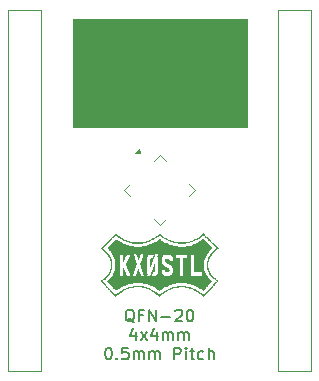
<source format=gto>
G04 #@! TF.GenerationSoftware,KiCad,Pcbnew,9.0.6*
G04 #@! TF.CreationDate,2025-12-31T14:00:50-06:00*
G04 #@! TF.ProjectId,QFN-20_4x4,51464e2d-3230-45f3-9478-342e6b696361,rev?*
G04 #@! TF.SameCoordinates,Original*
G04 #@! TF.FileFunction,Legend,Top*
G04 #@! TF.FilePolarity,Positive*
%FSLAX46Y46*%
G04 Gerber Fmt 4.6, Leading zero omitted, Abs format (unit mm)*
G04 Created by KiCad (PCBNEW 9.0.6) date 2025-12-31 14:00:50*
%MOMM*%
%LPD*%
G01*
G04 APERTURE LIST*
G04 Aperture macros list*
%AMRoundRect*
0 Rectangle with rounded corners*
0 $1 Rounding radius*
0 $2 $3 $4 $5 $6 $7 $8 $9 X,Y pos of 4 corners*
0 Add a 4 corners polygon primitive as box body*
4,1,4,$2,$3,$4,$5,$6,$7,$8,$9,$2,$3,0*
0 Add four circle primitives for the rounded corners*
1,1,$1+$1,$2,$3*
1,1,$1+$1,$4,$5*
1,1,$1+$1,$6,$7*
1,1,$1+$1,$8,$9*
0 Add four rect primitives between the rounded corners*
20,1,$1+$1,$2,$3,$4,$5,0*
20,1,$1+$1,$4,$5,$6,$7,0*
20,1,$1+$1,$6,$7,$8,$9,0*
20,1,$1+$1,$8,$9,$2,$3,0*%
%AMRotRect*
0 Rectangle, with rotation*
0 The origin of the aperture is its center*
0 $1 length*
0 $2 width*
0 $3 Rotation angle, in degrees counterclockwise*
0 Add horizontal line*
21,1,$1,$2,0,0,$3*%
G04 Aperture macros list end*
%ADD10C,0.100000*%
%ADD11C,0.200000*%
%ADD12C,0.000000*%
%ADD13C,0.120000*%
%ADD14C,1.700000*%
%ADD15RoundRect,0.062500X-0.437522X-0.349134X-0.349134X-0.437522X0.437522X0.349134X0.349134X0.437522X0*%
%ADD16RoundRect,0.062500X-0.437522X0.349134X0.349134X-0.437522X0.437522X-0.349134X-0.349134X0.437522X0*%
%ADD17RotRect,2.500000X2.500000X315.000000*%
G04 APERTURE END LIST*
D10*
X131064000Y-106172000D02*
X145796000Y-106172000D01*
X145796000Y-115316000D01*
X131064000Y-115316000D01*
X131064000Y-106172000D01*
G36*
X131064000Y-106172000D02*
G01*
X145796000Y-106172000D01*
X145796000Y-115316000D01*
X131064000Y-115316000D01*
X131064000Y-106172000D01*
G37*
D11*
X136287142Y-131870569D02*
X136191904Y-131822950D01*
X136191904Y-131822950D02*
X136096666Y-131727712D01*
X136096666Y-131727712D02*
X135953809Y-131584854D01*
X135953809Y-131584854D02*
X135858571Y-131537235D01*
X135858571Y-131537235D02*
X135763333Y-131537235D01*
X135810952Y-131775331D02*
X135715714Y-131727712D01*
X135715714Y-131727712D02*
X135620476Y-131632473D01*
X135620476Y-131632473D02*
X135572857Y-131441997D01*
X135572857Y-131441997D02*
X135572857Y-131108664D01*
X135572857Y-131108664D02*
X135620476Y-130918188D01*
X135620476Y-130918188D02*
X135715714Y-130822950D01*
X135715714Y-130822950D02*
X135810952Y-130775331D01*
X135810952Y-130775331D02*
X136001428Y-130775331D01*
X136001428Y-130775331D02*
X136096666Y-130822950D01*
X136096666Y-130822950D02*
X136191904Y-130918188D01*
X136191904Y-130918188D02*
X136239523Y-131108664D01*
X136239523Y-131108664D02*
X136239523Y-131441997D01*
X136239523Y-131441997D02*
X136191904Y-131632473D01*
X136191904Y-131632473D02*
X136096666Y-131727712D01*
X136096666Y-131727712D02*
X136001428Y-131775331D01*
X136001428Y-131775331D02*
X135810952Y-131775331D01*
X137001428Y-131251521D02*
X136668095Y-131251521D01*
X136668095Y-131775331D02*
X136668095Y-130775331D01*
X136668095Y-130775331D02*
X137144285Y-130775331D01*
X137525238Y-131775331D02*
X137525238Y-130775331D01*
X137525238Y-130775331D02*
X138096666Y-131775331D01*
X138096666Y-131775331D02*
X138096666Y-130775331D01*
X138572857Y-131394378D02*
X139334762Y-131394378D01*
X139763333Y-130870569D02*
X139810952Y-130822950D01*
X139810952Y-130822950D02*
X139906190Y-130775331D01*
X139906190Y-130775331D02*
X140144285Y-130775331D01*
X140144285Y-130775331D02*
X140239523Y-130822950D01*
X140239523Y-130822950D02*
X140287142Y-130870569D01*
X140287142Y-130870569D02*
X140334761Y-130965807D01*
X140334761Y-130965807D02*
X140334761Y-131061045D01*
X140334761Y-131061045D02*
X140287142Y-131203902D01*
X140287142Y-131203902D02*
X139715714Y-131775331D01*
X139715714Y-131775331D02*
X140334761Y-131775331D01*
X140953809Y-130775331D02*
X141049047Y-130775331D01*
X141049047Y-130775331D02*
X141144285Y-130822950D01*
X141144285Y-130822950D02*
X141191904Y-130870569D01*
X141191904Y-130870569D02*
X141239523Y-130965807D01*
X141239523Y-130965807D02*
X141287142Y-131156283D01*
X141287142Y-131156283D02*
X141287142Y-131394378D01*
X141287142Y-131394378D02*
X141239523Y-131584854D01*
X141239523Y-131584854D02*
X141191904Y-131680092D01*
X141191904Y-131680092D02*
X141144285Y-131727712D01*
X141144285Y-131727712D02*
X141049047Y-131775331D01*
X141049047Y-131775331D02*
X140953809Y-131775331D01*
X140953809Y-131775331D02*
X140858571Y-131727712D01*
X140858571Y-131727712D02*
X140810952Y-131680092D01*
X140810952Y-131680092D02*
X140763333Y-131584854D01*
X140763333Y-131584854D02*
X140715714Y-131394378D01*
X140715714Y-131394378D02*
X140715714Y-131156283D01*
X140715714Y-131156283D02*
X140763333Y-130965807D01*
X140763333Y-130965807D02*
X140810952Y-130870569D01*
X140810952Y-130870569D02*
X140858571Y-130822950D01*
X140858571Y-130822950D02*
X140953809Y-130775331D01*
X136406190Y-132718608D02*
X136406190Y-133385275D01*
X136168095Y-132337656D02*
X135930000Y-133051941D01*
X135930000Y-133051941D02*
X136549047Y-133051941D01*
X136834762Y-133385275D02*
X137358571Y-132718608D01*
X136834762Y-132718608D02*
X137358571Y-133385275D01*
X138168095Y-132718608D02*
X138168095Y-133385275D01*
X137930000Y-132337656D02*
X137691905Y-133051941D01*
X137691905Y-133051941D02*
X138310952Y-133051941D01*
X138691905Y-133385275D02*
X138691905Y-132718608D01*
X138691905Y-132813846D02*
X138739524Y-132766227D01*
X138739524Y-132766227D02*
X138834762Y-132718608D01*
X138834762Y-132718608D02*
X138977619Y-132718608D01*
X138977619Y-132718608D02*
X139072857Y-132766227D01*
X139072857Y-132766227D02*
X139120476Y-132861465D01*
X139120476Y-132861465D02*
X139120476Y-133385275D01*
X139120476Y-132861465D02*
X139168095Y-132766227D01*
X139168095Y-132766227D02*
X139263333Y-132718608D01*
X139263333Y-132718608D02*
X139406190Y-132718608D01*
X139406190Y-132718608D02*
X139501429Y-132766227D01*
X139501429Y-132766227D02*
X139549048Y-132861465D01*
X139549048Y-132861465D02*
X139549048Y-133385275D01*
X140025238Y-133385275D02*
X140025238Y-132718608D01*
X140025238Y-132813846D02*
X140072857Y-132766227D01*
X140072857Y-132766227D02*
X140168095Y-132718608D01*
X140168095Y-132718608D02*
X140310952Y-132718608D01*
X140310952Y-132718608D02*
X140406190Y-132766227D01*
X140406190Y-132766227D02*
X140453809Y-132861465D01*
X140453809Y-132861465D02*
X140453809Y-133385275D01*
X140453809Y-132861465D02*
X140501428Y-132766227D01*
X140501428Y-132766227D02*
X140596666Y-132718608D01*
X140596666Y-132718608D02*
X140739523Y-132718608D01*
X140739523Y-132718608D02*
X140834762Y-132766227D01*
X140834762Y-132766227D02*
X140882381Y-132861465D01*
X140882381Y-132861465D02*
X140882381Y-133385275D01*
X134049048Y-133995219D02*
X134144286Y-133995219D01*
X134144286Y-133995219D02*
X134239524Y-134042838D01*
X134239524Y-134042838D02*
X134287143Y-134090457D01*
X134287143Y-134090457D02*
X134334762Y-134185695D01*
X134334762Y-134185695D02*
X134382381Y-134376171D01*
X134382381Y-134376171D02*
X134382381Y-134614266D01*
X134382381Y-134614266D02*
X134334762Y-134804742D01*
X134334762Y-134804742D02*
X134287143Y-134899980D01*
X134287143Y-134899980D02*
X134239524Y-134947600D01*
X134239524Y-134947600D02*
X134144286Y-134995219D01*
X134144286Y-134995219D02*
X134049048Y-134995219D01*
X134049048Y-134995219D02*
X133953810Y-134947600D01*
X133953810Y-134947600D02*
X133906191Y-134899980D01*
X133906191Y-134899980D02*
X133858572Y-134804742D01*
X133858572Y-134804742D02*
X133810953Y-134614266D01*
X133810953Y-134614266D02*
X133810953Y-134376171D01*
X133810953Y-134376171D02*
X133858572Y-134185695D01*
X133858572Y-134185695D02*
X133906191Y-134090457D01*
X133906191Y-134090457D02*
X133953810Y-134042838D01*
X133953810Y-134042838D02*
X134049048Y-133995219D01*
X134810953Y-134899980D02*
X134858572Y-134947600D01*
X134858572Y-134947600D02*
X134810953Y-134995219D01*
X134810953Y-134995219D02*
X134763334Y-134947600D01*
X134763334Y-134947600D02*
X134810953Y-134899980D01*
X134810953Y-134899980D02*
X134810953Y-134995219D01*
X135763333Y-133995219D02*
X135287143Y-133995219D01*
X135287143Y-133995219D02*
X135239524Y-134471409D01*
X135239524Y-134471409D02*
X135287143Y-134423790D01*
X135287143Y-134423790D02*
X135382381Y-134376171D01*
X135382381Y-134376171D02*
X135620476Y-134376171D01*
X135620476Y-134376171D02*
X135715714Y-134423790D01*
X135715714Y-134423790D02*
X135763333Y-134471409D01*
X135763333Y-134471409D02*
X135810952Y-134566647D01*
X135810952Y-134566647D02*
X135810952Y-134804742D01*
X135810952Y-134804742D02*
X135763333Y-134899980D01*
X135763333Y-134899980D02*
X135715714Y-134947600D01*
X135715714Y-134947600D02*
X135620476Y-134995219D01*
X135620476Y-134995219D02*
X135382381Y-134995219D01*
X135382381Y-134995219D02*
X135287143Y-134947600D01*
X135287143Y-134947600D02*
X135239524Y-134899980D01*
X136239524Y-134995219D02*
X136239524Y-134328552D01*
X136239524Y-134423790D02*
X136287143Y-134376171D01*
X136287143Y-134376171D02*
X136382381Y-134328552D01*
X136382381Y-134328552D02*
X136525238Y-134328552D01*
X136525238Y-134328552D02*
X136620476Y-134376171D01*
X136620476Y-134376171D02*
X136668095Y-134471409D01*
X136668095Y-134471409D02*
X136668095Y-134995219D01*
X136668095Y-134471409D02*
X136715714Y-134376171D01*
X136715714Y-134376171D02*
X136810952Y-134328552D01*
X136810952Y-134328552D02*
X136953809Y-134328552D01*
X136953809Y-134328552D02*
X137049048Y-134376171D01*
X137049048Y-134376171D02*
X137096667Y-134471409D01*
X137096667Y-134471409D02*
X137096667Y-134995219D01*
X137572857Y-134995219D02*
X137572857Y-134328552D01*
X137572857Y-134423790D02*
X137620476Y-134376171D01*
X137620476Y-134376171D02*
X137715714Y-134328552D01*
X137715714Y-134328552D02*
X137858571Y-134328552D01*
X137858571Y-134328552D02*
X137953809Y-134376171D01*
X137953809Y-134376171D02*
X138001428Y-134471409D01*
X138001428Y-134471409D02*
X138001428Y-134995219D01*
X138001428Y-134471409D02*
X138049047Y-134376171D01*
X138049047Y-134376171D02*
X138144285Y-134328552D01*
X138144285Y-134328552D02*
X138287142Y-134328552D01*
X138287142Y-134328552D02*
X138382381Y-134376171D01*
X138382381Y-134376171D02*
X138430000Y-134471409D01*
X138430000Y-134471409D02*
X138430000Y-134995219D01*
X139668095Y-134995219D02*
X139668095Y-133995219D01*
X139668095Y-133995219D02*
X140049047Y-133995219D01*
X140049047Y-133995219D02*
X140144285Y-134042838D01*
X140144285Y-134042838D02*
X140191904Y-134090457D01*
X140191904Y-134090457D02*
X140239523Y-134185695D01*
X140239523Y-134185695D02*
X140239523Y-134328552D01*
X140239523Y-134328552D02*
X140191904Y-134423790D01*
X140191904Y-134423790D02*
X140144285Y-134471409D01*
X140144285Y-134471409D02*
X140049047Y-134519028D01*
X140049047Y-134519028D02*
X139668095Y-134519028D01*
X140668095Y-134995219D02*
X140668095Y-134328552D01*
X140668095Y-133995219D02*
X140620476Y-134042838D01*
X140620476Y-134042838D02*
X140668095Y-134090457D01*
X140668095Y-134090457D02*
X140715714Y-134042838D01*
X140715714Y-134042838D02*
X140668095Y-133995219D01*
X140668095Y-133995219D02*
X140668095Y-134090457D01*
X141001428Y-134328552D02*
X141382380Y-134328552D01*
X141144285Y-133995219D02*
X141144285Y-134852361D01*
X141144285Y-134852361D02*
X141191904Y-134947600D01*
X141191904Y-134947600D02*
X141287142Y-134995219D01*
X141287142Y-134995219D02*
X141382380Y-134995219D01*
X142144285Y-134947600D02*
X142049047Y-134995219D01*
X142049047Y-134995219D02*
X141858571Y-134995219D01*
X141858571Y-134995219D02*
X141763333Y-134947600D01*
X141763333Y-134947600D02*
X141715714Y-134899980D01*
X141715714Y-134899980D02*
X141668095Y-134804742D01*
X141668095Y-134804742D02*
X141668095Y-134519028D01*
X141668095Y-134519028D02*
X141715714Y-134423790D01*
X141715714Y-134423790D02*
X141763333Y-134376171D01*
X141763333Y-134376171D02*
X141858571Y-134328552D01*
X141858571Y-134328552D02*
X142049047Y-134328552D01*
X142049047Y-134328552D02*
X142144285Y-134376171D01*
X142572857Y-134995219D02*
X142572857Y-133995219D01*
X143001428Y-134995219D02*
X143001428Y-134471409D01*
X143001428Y-134471409D02*
X142953809Y-134376171D01*
X142953809Y-134376171D02*
X142858571Y-134328552D01*
X142858571Y-134328552D02*
X142715714Y-134328552D01*
X142715714Y-134328552D02*
X142620476Y-134376171D01*
X142620476Y-134376171D02*
X142572857Y-134423790D01*
D12*
G36*
X142148024Y-124318472D02*
G01*
X142163020Y-124336048D01*
X142178371Y-124353415D01*
X142194862Y-124371388D01*
X142213279Y-124390785D01*
X142234407Y-124412424D01*
X142259032Y-124437123D01*
X142287938Y-124465698D01*
X142314677Y-124491900D01*
X142334295Y-124511094D01*
X142358809Y-124535115D01*
X142387551Y-124563306D01*
X142419851Y-124595011D01*
X142455042Y-124629573D01*
X142492454Y-124666336D01*
X142531419Y-124704641D01*
X142571269Y-124743832D01*
X142611335Y-124783253D01*
X142650947Y-124822246D01*
X142662682Y-124833802D01*
X142705796Y-124876245D01*
X142752354Y-124922055D01*
X142801326Y-124970219D01*
X142851680Y-125019723D01*
X142902384Y-125069554D01*
X142952409Y-125118699D01*
X143000722Y-125166144D01*
X143046293Y-125210876D01*
X143088090Y-125251882D01*
X143115835Y-125279086D01*
X143164917Y-125327206D01*
X143208701Y-125370158D01*
X143247479Y-125408237D01*
X143281544Y-125441734D01*
X143311187Y-125470942D01*
X143336699Y-125496154D01*
X143358372Y-125517662D01*
X143376498Y-125535759D01*
X143391369Y-125550739D01*
X143403276Y-125562892D01*
X143412510Y-125572513D01*
X143419365Y-125579894D01*
X143424130Y-125585327D01*
X143427099Y-125589106D01*
X143428562Y-125591522D01*
X143428812Y-125592869D01*
X143428731Y-125593054D01*
X143424958Y-125596448D01*
X143416007Y-125603472D01*
X143403066Y-125613227D01*
X143387318Y-125624808D01*
X143380356Y-125629854D01*
X143360896Y-125644081D01*
X143340963Y-125658970D01*
X143322747Y-125672865D01*
X143308437Y-125684111D01*
X143306999Y-125685276D01*
X143293867Y-125695813D01*
X143276512Y-125709536D01*
X143256917Y-125724885D01*
X143237068Y-125740301D01*
X143231077Y-125744925D01*
X143150023Y-125809641D01*
X143074235Y-125874798D01*
X143004185Y-125939938D01*
X142940342Y-126004607D01*
X142883180Y-126068349D01*
X142835414Y-126127731D01*
X142776029Y-126212374D01*
X142723513Y-126300428D01*
X142677811Y-126392035D01*
X142638865Y-126487338D01*
X142606621Y-126586478D01*
X142581023Y-126689598D01*
X142562015Y-126796839D01*
X142556841Y-126835927D01*
X142553704Y-126869062D01*
X142551460Y-126907950D01*
X142550109Y-126950653D01*
X142549653Y-126995228D01*
X142550093Y-127039734D01*
X142551429Y-127082231D01*
X142553664Y-127120777D01*
X142556666Y-127152353D01*
X142572868Y-127256437D01*
X142595833Y-127356620D01*
X142625586Y-127452953D01*
X142662150Y-127545490D01*
X142705552Y-127634283D01*
X142755815Y-127719385D01*
X142812964Y-127800849D01*
X142877025Y-127878728D01*
X142916288Y-127921169D01*
X142942609Y-127947406D01*
X142974786Y-127977576D01*
X143012895Y-128011743D01*
X143057013Y-128049972D01*
X143107215Y-128092327D01*
X143163579Y-128138873D01*
X143226180Y-128189674D01*
X143295095Y-128244795D01*
X143342392Y-128282246D01*
X143364771Y-128300077D01*
X143385060Y-128316572D01*
X143402461Y-128331059D01*
X143416178Y-128342861D01*
X143425412Y-128351305D01*
X143429369Y-128355716D01*
X143429452Y-128355944D01*
X143426888Y-128359328D01*
X143419093Y-128368125D01*
X143406264Y-128382130D01*
X143388597Y-128401135D01*
X143366288Y-128424934D01*
X143339535Y-128453320D01*
X143308533Y-128486088D01*
X143273478Y-128523029D01*
X143234568Y-128563939D01*
X143191999Y-128608609D01*
X143145967Y-128656834D01*
X143096669Y-128708408D01*
X143044300Y-128763122D01*
X142989059Y-128820772D01*
X142931140Y-128881150D01*
X142870741Y-128944050D01*
X142812882Y-129004248D01*
X142755177Y-129064258D01*
X142698769Y-129122915D01*
X142643907Y-129179961D01*
X142590841Y-129235134D01*
X142539822Y-129288177D01*
X142491098Y-129338830D01*
X142444920Y-129386832D01*
X142401536Y-129431925D01*
X142361198Y-129473849D01*
X142324154Y-129512344D01*
X142290654Y-129547151D01*
X142260948Y-129578010D01*
X142235286Y-129604662D01*
X142213917Y-129626848D01*
X142197091Y-129644307D01*
X142185058Y-129656781D01*
X142178067Y-129664009D01*
X142176556Y-129665560D01*
X142157938Y-129684473D01*
X142056773Y-129602869D01*
X142008816Y-129564346D01*
X141965852Y-129530209D01*
X141926940Y-129499755D01*
X141891143Y-129472282D01*
X141857524Y-129447088D01*
X141825143Y-129423469D01*
X141793064Y-129400725D01*
X141760346Y-129378152D01*
X141726054Y-129355048D01*
X141723171Y-129353127D01*
X141620025Y-129287279D01*
X141515086Y-129225798D01*
X141409280Y-129169143D01*
X141303535Y-129117769D01*
X141198778Y-129072135D01*
X141095938Y-129032697D01*
X141023910Y-129008492D01*
X140896400Y-128972373D01*
X140765820Y-128943433D01*
X140632184Y-128921674D01*
X140495509Y-128907096D01*
X140355809Y-128899703D01*
X140213099Y-128899494D01*
X140067394Y-128906471D01*
X139996503Y-128912364D01*
X139875859Y-128927226D01*
X139754679Y-128948966D01*
X139634188Y-128977253D01*
X139515612Y-129011757D01*
X139400175Y-129052150D01*
X139289103Y-129098100D01*
X139264036Y-129109544D01*
X139245193Y-129118297D01*
X139225502Y-129127432D01*
X139208330Y-129135384D01*
X139203485Y-129137624D01*
X139149484Y-129164093D01*
X139091107Y-129195487D01*
X139029403Y-129231108D01*
X138965423Y-129270260D01*
X138900218Y-129312246D01*
X138834838Y-129356371D01*
X138770333Y-129401937D01*
X138707754Y-129448249D01*
X138648152Y-129494609D01*
X138592576Y-129540322D01*
X138580400Y-129550735D01*
X138564119Y-129564771D01*
X138543848Y-129582251D01*
X138521513Y-129601516D01*
X138499036Y-129620905D01*
X138483764Y-129634082D01*
X138465548Y-129649492D01*
X138448949Y-129662955D01*
X138435002Y-129673680D01*
X138424741Y-129680873D01*
X138419200Y-129683740D01*
X138418979Y-129683759D01*
X138412611Y-129680482D01*
X138403880Y-129671446D01*
X138396637Y-129661792D01*
X138385156Y-129647461D01*
X138367555Y-129628838D01*
X138344085Y-129606157D01*
X138314994Y-129579651D01*
X138280533Y-129549552D01*
X138240950Y-129516094D01*
X138238566Y-129514108D01*
X138122522Y-129421950D01*
X138004949Y-129337408D01*
X137885702Y-129260410D01*
X137764636Y-129190882D01*
X137641606Y-129128751D01*
X137516468Y-129073945D01*
X137389076Y-129026391D01*
X137259286Y-128986015D01*
X137126953Y-128952745D01*
X137121849Y-128951615D01*
X137001451Y-128928482D01*
X136877070Y-128911113D01*
X136750075Y-128899577D01*
X136621833Y-128893944D01*
X136493713Y-128894285D01*
X136367083Y-128900669D01*
X136281430Y-128908618D01*
X136146172Y-128927537D01*
X136012365Y-128954111D01*
X135880117Y-128988301D01*
X135749537Y-129030064D01*
X135620734Y-129079360D01*
X135493815Y-129136148D01*
X135368890Y-129200386D01*
X135246066Y-129272034D01*
X135142689Y-129339215D01*
X135111778Y-129360492D01*
X135082446Y-129381180D01*
X135053500Y-129402172D01*
X135023745Y-129424364D01*
X134991985Y-129448649D01*
X134957028Y-129475921D01*
X134917677Y-129507077D01*
X134904393Y-129517669D01*
X134865572Y-129548604D01*
X134829807Y-129576985D01*
X134797562Y-129602446D01*
X134769304Y-129624621D01*
X134745500Y-129643146D01*
X134726616Y-129657655D01*
X134713119Y-129667783D01*
X134708784Y-129670915D01*
X134696780Y-129679398D01*
X134407984Y-129376225D01*
X134332021Y-129296477D01*
X134261150Y-129222065D01*
X134195071Y-129152675D01*
X134133483Y-129087989D01*
X134076086Y-129027690D01*
X134022579Y-128971462D01*
X133972662Y-128918989D01*
X133926035Y-128869953D01*
X133882397Y-128824039D01*
X133841448Y-128780929D01*
X133802887Y-128740307D01*
X133766415Y-128701858D01*
X133731730Y-128665263D01*
X133698533Y-128630207D01*
X133666522Y-128596372D01*
X133635398Y-128563443D01*
X133604860Y-128531103D01*
X133574607Y-128499035D01*
X133544340Y-128466923D01*
X133513758Y-128434450D01*
X133482561Y-128401299D01*
X133452401Y-128369231D01*
X133606129Y-128369231D01*
X133700302Y-128468844D01*
X133794895Y-128568841D01*
X133885208Y-128664190D01*
X133972273Y-128755974D01*
X134057118Y-128845277D01*
X134140775Y-128933182D01*
X134224272Y-129020773D01*
X134308642Y-129109132D01*
X134394913Y-129199344D01*
X134396549Y-129201053D01*
X134434125Y-129240320D01*
X134470661Y-129278511D01*
X134505730Y-129315177D01*
X134538904Y-129349871D01*
X134569757Y-129382146D01*
X134597860Y-129411554D01*
X134622786Y-129437649D01*
X134644109Y-129459983D01*
X134661399Y-129478109D01*
X134674231Y-129491580D01*
X134682176Y-129499948D01*
X134683180Y-129501010D01*
X134696228Y-129514582D01*
X134705224Y-129523076D01*
X134711265Y-129527291D01*
X134715445Y-129528027D01*
X134718244Y-129526602D01*
X134723419Y-129522314D01*
X134733227Y-129514028D01*
X134746377Y-129502843D01*
X134761576Y-129489854D01*
X134765618Y-129486391D01*
X134886267Y-129387508D01*
X135008708Y-129296221D01*
X135132986Y-129212508D01*
X135259149Y-129136348D01*
X135387244Y-129067721D01*
X135517318Y-129006605D01*
X135649418Y-128952980D01*
X135783591Y-128906824D01*
X135919883Y-128868118D01*
X136058343Y-128836839D01*
X136199016Y-128812968D01*
X136312682Y-128799239D01*
X136457458Y-128788462D01*
X136600306Y-128785171D01*
X136741304Y-128789388D01*
X136880530Y-128801133D01*
X137018063Y-128820428D01*
X137153982Y-128847294D01*
X137288364Y-128881754D01*
X137421288Y-128923829D01*
X137552833Y-128973539D01*
X137683076Y-129030907D01*
X137812096Y-129095954D01*
X137939972Y-129168701D01*
X138066781Y-129249171D01*
X138140920Y-129300129D01*
X138185846Y-129332579D01*
X138233432Y-129368185D01*
X138281754Y-129405448D01*
X138328888Y-129442864D01*
X138372909Y-129478933D01*
X138405955Y-129506988D01*
X138434648Y-129531835D01*
X138445641Y-129522831D01*
X138451943Y-129517599D01*
X138463118Y-129508253D01*
X138478069Y-129495712D01*
X138495696Y-129480899D01*
X138514900Y-129464736D01*
X138518517Y-129461689D01*
X138585347Y-129407190D01*
X138656832Y-129352210D01*
X138731118Y-129298067D01*
X138806348Y-129246074D01*
X138880665Y-129197548D01*
X138952213Y-129153801D01*
X138957376Y-129150773D01*
X139018529Y-129116427D01*
X139084784Y-129081766D01*
X139154292Y-129047642D01*
X139225203Y-129014907D01*
X139295667Y-128984414D01*
X139363836Y-128957014D01*
X139427858Y-128933560D01*
X139432015Y-128932129D01*
X139568180Y-128889552D01*
X139705667Y-128854666D01*
X139844517Y-128827464D01*
X139984774Y-128807940D01*
X140126480Y-128796088D01*
X140269678Y-128791901D01*
X140371632Y-128793555D01*
X140510181Y-128801898D01*
X140646499Y-128817259D01*
X140780850Y-128839723D01*
X140913495Y-128869374D01*
X141044700Y-128906298D01*
X141174726Y-128950578D01*
X141303838Y-129002299D01*
X141432298Y-129061547D01*
X141560371Y-129128405D01*
X141688319Y-129202958D01*
X141733363Y-129231039D01*
X141821190Y-129288654D01*
X141907967Y-129349572D01*
X141995399Y-129415026D01*
X142071640Y-129475256D01*
X142140794Y-129531129D01*
X142185269Y-129485366D01*
X142194410Y-129475908D01*
X142208490Y-129461268D01*
X142227055Y-129441921D01*
X142249655Y-129418338D01*
X142275834Y-129390994D01*
X142305142Y-129360361D01*
X142337125Y-129326912D01*
X142371330Y-129291122D01*
X142407305Y-129253463D01*
X142444598Y-129214408D01*
X142482754Y-129174430D01*
X142492520Y-129164195D01*
X142538974Y-129115515D01*
X142580462Y-129072054D01*
X142617407Y-129033378D01*
X142650231Y-128999048D01*
X142679357Y-128968628D01*
X142705208Y-128941681D01*
X142728206Y-128917770D01*
X142748774Y-128896459D01*
X142767334Y-128877310D01*
X142784310Y-128859887D01*
X142800124Y-128843752D01*
X142815199Y-128828470D01*
X142829956Y-128813602D01*
X142844820Y-128798713D01*
X142860211Y-128783364D01*
X142876554Y-128767121D01*
X142879514Y-128764183D01*
X142895649Y-128748020D01*
X142909667Y-128733692D01*
X142920695Y-128722117D01*
X142927855Y-128714214D01*
X142930277Y-128710937D01*
X142932916Y-128707484D01*
X142940333Y-128699297D01*
X142951779Y-128687162D01*
X142966504Y-128671869D01*
X142983760Y-128654204D01*
X142997664Y-128640122D01*
X143017370Y-128620173D01*
X143041202Y-128595922D01*
X143067865Y-128568691D01*
X143096066Y-128539807D01*
X143124510Y-128510593D01*
X143151904Y-128482375D01*
X143163796Y-128470093D01*
X143262540Y-128368015D01*
X143247872Y-128355924D01*
X143238716Y-128348860D01*
X143231941Y-128344505D01*
X143230111Y-128343832D01*
X143226070Y-128341420D01*
X143217515Y-128334887D01*
X143205784Y-128325289D01*
X143194866Y-128315989D01*
X143180949Y-128304159D01*
X143162667Y-128288941D01*
X143141788Y-128271788D01*
X143120079Y-128254155D01*
X143104116Y-128241331D01*
X143085651Y-128226431D01*
X143069244Y-128212913D01*
X143055903Y-128201630D01*
X143046635Y-128193434D01*
X143042449Y-128189179D01*
X143042394Y-128189091D01*
X143036450Y-128184235D01*
X143033605Y-128183666D01*
X143028529Y-128181717D01*
X143027939Y-128180167D01*
X143025130Y-128176469D01*
X143017431Y-128168785D01*
X143005937Y-128158151D01*
X142991745Y-128145601D01*
X142987898Y-128142281D01*
X142940005Y-128100309D01*
X142897482Y-128061130D01*
X142859044Y-128023445D01*
X142823406Y-127985955D01*
X142789281Y-127947360D01*
X142759164Y-127911055D01*
X142696380Y-127827220D01*
X142639758Y-127739016D01*
X142589604Y-127647058D01*
X142546224Y-127551962D01*
X142509923Y-127454342D01*
X142481008Y-127354815D01*
X142479299Y-127347917D01*
X142474317Y-127327135D01*
X142469857Y-127307707D01*
X142466352Y-127291579D01*
X142464236Y-127280692D01*
X142464017Y-127279314D01*
X142461988Y-127266533D01*
X142459992Y-127255423D01*
X142459720Y-127254078D01*
X142455230Y-127230184D01*
X142451280Y-127203974D01*
X142447736Y-127174252D01*
X142444466Y-127139820D01*
X142441337Y-127099483D01*
X142439493Y-127072270D01*
X142436853Y-126986747D01*
X142439693Y-126897981D01*
X142444046Y-126843740D01*
X142446767Y-126817118D01*
X142449248Y-126794828D01*
X142451203Y-126779283D01*
X142452712Y-126768212D01*
X142454624Y-126753975D01*
X142455414Y-126748031D01*
X142458992Y-126725139D01*
X142464237Y-126696976D01*
X142470669Y-126665786D01*
X142477812Y-126633811D01*
X142485187Y-126603294D01*
X142490969Y-126581304D01*
X142522949Y-126477802D01*
X142560595Y-126379311D01*
X142604248Y-126285122D01*
X142654248Y-126194526D01*
X142710937Y-126106816D01*
X142737459Y-126069806D01*
X142747623Y-126055780D01*
X142755776Y-126044044D01*
X142760951Y-126036020D01*
X142762298Y-126033257D01*
X142765064Y-126029067D01*
X142771752Y-126022926D01*
X142772064Y-126022679D01*
X142778890Y-126016153D01*
X142781828Y-126011051D01*
X142781830Y-126010960D01*
X142784628Y-126005937D01*
X142791381Y-125999411D01*
X142791597Y-125999240D01*
X142798438Y-125992534D01*
X142801361Y-125987039D01*
X142801363Y-125986959D01*
X142804189Y-125981912D01*
X142811306Y-125974600D01*
X142815036Y-125971450D01*
X142823314Y-125964057D01*
X142828173Y-125958195D01*
X142828708Y-125956709D01*
X142831372Y-125952980D01*
X142838783Y-125944690D01*
X142850072Y-125932707D01*
X142864369Y-125917901D01*
X142880804Y-125901139D01*
X142898509Y-125883292D01*
X142916613Y-125865228D01*
X142934247Y-125847816D01*
X142950542Y-125831925D01*
X142964627Y-125818423D01*
X142975633Y-125808181D01*
X142982690Y-125802066D01*
X142984826Y-125800707D01*
X142989185Y-125797896D01*
X142996295Y-125790707D01*
X143001063Y-125785081D01*
X143009133Y-125776136D01*
X143015928Y-125770481D01*
X143018480Y-125769455D01*
X143023933Y-125766689D01*
X143031357Y-125759833D01*
X143033199Y-125757736D01*
X143040428Y-125750223D01*
X143046048Y-125746219D01*
X143046936Y-125746016D01*
X143051840Y-125743223D01*
X143058312Y-125736480D01*
X143058493Y-125736250D01*
X143064618Y-125729460D01*
X143068852Y-125726489D01*
X143068948Y-125726484D01*
X143072913Y-125724176D01*
X143081626Y-125717898D01*
X143093783Y-125708622D01*
X143107450Y-125697824D01*
X143124575Y-125684237D01*
X143142310Y-125670415D01*
X143158175Y-125658281D01*
X143166698Y-125651922D01*
X143179740Y-125642145D01*
X143196421Y-125629333D01*
X143214309Y-125615366D01*
X143226686Y-125605558D01*
X143263156Y-125576434D01*
X143214898Y-125529381D01*
X143204866Y-125519575D01*
X143189762Y-125504774D01*
X143170082Y-125485465D01*
X143146319Y-125462135D01*
X143118969Y-125435270D01*
X143088529Y-125405357D01*
X143055492Y-125372883D01*
X143020355Y-125338335D01*
X142983612Y-125302198D01*
X142945758Y-125264960D01*
X142912579Y-125232313D01*
X142873311Y-125193689D01*
X142831968Y-125153061D01*
X142788936Y-125110805D01*
X142744598Y-125067296D01*
X142699339Y-125022909D01*
X142653542Y-124978020D01*
X142607591Y-124933005D01*
X142561871Y-124888240D01*
X142516766Y-124844099D01*
X142472661Y-124800958D01*
X142429938Y-124759193D01*
X142388982Y-124719179D01*
X142350178Y-124681292D01*
X142313910Y-124645907D01*
X142280560Y-124613400D01*
X142250515Y-124584147D01*
X142224158Y-124558522D01*
X142201872Y-124536902D01*
X142184043Y-124519661D01*
X142171054Y-124507176D01*
X142163748Y-124500249D01*
X142151568Y-124489420D01*
X142143020Y-124483433D01*
X142136479Y-124481351D01*
X142131768Y-124481825D01*
X142125524Y-124485156D01*
X142114738Y-124492720D01*
X142100693Y-124503547D01*
X142084674Y-124516666D01*
X142076551Y-124523586D01*
X141965924Y-124613989D01*
X141849939Y-124698962D01*
X141729081Y-124778258D01*
X141603836Y-124851633D01*
X141474689Y-124918842D01*
X141342127Y-124979638D01*
X141206635Y-125033777D01*
X141068699Y-125081014D01*
X140928804Y-125121103D01*
X140859837Y-125138028D01*
X140756522Y-125159615D01*
X140653035Y-125176366D01*
X140547856Y-125188448D01*
X140439465Y-125196025D01*
X140326341Y-125199265D01*
X140297302Y-125199416D01*
X140184590Y-125197552D01*
X140076328Y-125191613D01*
X139970496Y-125181357D01*
X139865076Y-125166544D01*
X139758047Y-125146930D01*
X139647392Y-125122274D01*
X139641847Y-125120934D01*
X139614562Y-125114079D01*
X139584850Y-125106205D01*
X139553645Y-125097596D01*
X139521880Y-125088538D01*
X139490488Y-125079317D01*
X139460402Y-125070216D01*
X139432555Y-125061522D01*
X139407881Y-125053519D01*
X139387311Y-125046494D01*
X139371780Y-125040730D01*
X139362221Y-125036513D01*
X139359599Y-125034662D01*
X139354872Y-125032069D01*
X139345011Y-125028935D01*
X139337137Y-125027035D01*
X139325795Y-125023992D01*
X139318402Y-125020835D01*
X139316773Y-125019086D01*
X139313428Y-125016392D01*
X139307007Y-125015503D01*
X139299663Y-125014335D01*
X139297241Y-125012096D01*
X139293790Y-125009414D01*
X139285166Y-125006847D01*
X139281615Y-125006190D01*
X139271846Y-125003774D01*
X139266397Y-125000771D01*
X139265989Y-124999831D01*
X139262654Y-124996898D01*
X139256502Y-124995970D01*
X139246592Y-124993631D01*
X139241155Y-124990111D01*
X139233430Y-124985242D01*
X139228877Y-124984251D01*
X139220937Y-124981642D01*
X139216600Y-124978391D01*
X139208137Y-124973715D01*
X139201253Y-124972531D01*
X139194043Y-124971377D01*
X139191766Y-124969252D01*
X139188495Y-124965356D01*
X139180750Y-124961035D01*
X139171636Y-124957770D01*
X139165911Y-124956905D01*
X139158388Y-124954317D01*
X139154096Y-124951046D01*
X139145576Y-124946315D01*
X139139028Y-124945186D01*
X139129540Y-124943116D01*
X139124658Y-124940085D01*
X139119870Y-124936959D01*
X139109115Y-124930845D01*
X139093395Y-124922286D01*
X139073714Y-124911820D01*
X139051076Y-124899988D01*
X139031600Y-124889949D01*
X138940771Y-124841669D01*
X138854555Y-124792112D01*
X138771277Y-124740187D01*
X138689262Y-124684804D01*
X138606835Y-124624875D01*
X138522321Y-124559308D01*
X138517205Y-124555216D01*
X138489969Y-124533721D01*
X138467846Y-124517060D01*
X138450142Y-124504840D01*
X138436165Y-124496666D01*
X138425221Y-124492144D01*
X138416618Y-124490880D01*
X138409664Y-124492479D01*
X138408246Y-124493199D01*
X138402929Y-124497053D01*
X138392943Y-124505066D01*
X138379491Y-124516242D01*
X138363780Y-124529588D01*
X138354960Y-124537189D01*
X138271133Y-124606161D01*
X138180444Y-124673921D01*
X138083821Y-124739894D01*
X137982190Y-124803503D01*
X137876477Y-124864174D01*
X137767608Y-124921330D01*
X137656510Y-124974395D01*
X137639489Y-124982066D01*
X137522882Y-125030794D01*
X137402214Y-125074691D01*
X137279022Y-125113308D01*
X137154839Y-125146197D01*
X137031202Y-125172910D01*
X136924048Y-125190957D01*
X136888357Y-125196023D01*
X136856506Y-125200238D01*
X136827249Y-125203679D01*
X136799340Y-125206422D01*
X136771534Y-125208544D01*
X136742585Y-125210120D01*
X136711249Y-125211227D01*
X136676278Y-125211942D01*
X136636428Y-125212341D01*
X136590453Y-125212500D01*
X136572464Y-125212513D01*
X136526212Y-125212455D01*
X136486796Y-125212239D01*
X136453239Y-125211839D01*
X136424566Y-125211225D01*
X136399801Y-125210371D01*
X136377967Y-125209248D01*
X136358088Y-125207829D01*
X136339188Y-125206085D01*
X136336121Y-125205767D01*
X136211217Y-125190100D01*
X136089460Y-125169789D01*
X135972386Y-125145101D01*
X135937216Y-125136584D01*
X135905669Y-125128535D01*
X135875448Y-125120518D01*
X135847512Y-125112813D01*
X135822820Y-125105700D01*
X135802332Y-125099459D01*
X135787005Y-125094370D01*
X135777801Y-125090712D01*
X135775735Y-125089453D01*
X135769055Y-125086455D01*
X135763735Y-125085820D01*
X135755299Y-125084611D01*
X135743564Y-125081566D01*
X135731189Y-125077554D01*
X135720830Y-125073446D01*
X135715144Y-125070111D01*
X135714921Y-125069833D01*
X135710443Y-125067488D01*
X135700313Y-125063908D01*
X135686458Y-125059755D01*
X135681784Y-125058474D01*
X135667176Y-125054270D01*
X135655705Y-125050427D01*
X135649298Y-125047609D01*
X135648647Y-125047055D01*
X135643810Y-125044408D01*
X135634409Y-125041766D01*
X135631976Y-125041281D01*
X135622583Y-125038681D01*
X135617579Y-125035594D01*
X135617327Y-125034858D01*
X135613983Y-125032054D01*
X135607561Y-125031129D01*
X135600219Y-125029791D01*
X135597795Y-125027222D01*
X135594452Y-125024286D01*
X135588028Y-125023316D01*
X135580687Y-125021978D01*
X135578262Y-125019409D01*
X135574919Y-125016473D01*
X135568496Y-125015503D01*
X135561154Y-125014165D01*
X135558730Y-125011596D01*
X135555387Y-125008660D01*
X135548963Y-125007690D01*
X135541619Y-125006530D01*
X135539197Y-125004304D01*
X135535866Y-125001039D01*
X135527447Y-124996429D01*
X135516306Y-124991483D01*
X135504806Y-124987206D01*
X135495310Y-124984607D01*
X135492124Y-124984251D01*
X135485540Y-124982702D01*
X135483855Y-124981042D01*
X135480116Y-124978488D01*
X135470335Y-124973070D01*
X135455515Y-124965308D01*
X135436658Y-124955722D01*
X135414765Y-124944830D01*
X135401181Y-124938173D01*
X135288632Y-124880559D01*
X135180363Y-124819374D01*
X135075034Y-124753758D01*
X134971303Y-124682851D01*
X134867831Y-124605791D01*
X134800871Y-124552639D01*
X134777421Y-124533751D01*
X134758992Y-124519454D01*
X134744656Y-124509270D01*
X134733483Y-124502724D01*
X134724548Y-124499340D01*
X134716920Y-124498642D01*
X134709673Y-124500154D01*
X134703434Y-124502677D01*
X134698966Y-124506018D01*
X134689797Y-124514125D01*
X134675869Y-124527057D01*
X134657122Y-124544871D01*
X134633499Y-124567624D01*
X134604940Y-124595375D01*
X134571386Y-124628180D01*
X134532779Y-124666098D01*
X134489061Y-124709187D01*
X134440171Y-124757503D01*
X134386053Y-124811104D01*
X134326646Y-124870049D01*
X134261892Y-124934395D01*
X134191732Y-125004199D01*
X134147848Y-125047898D01*
X133607438Y-125586183D01*
X133625017Y-125597170D01*
X133635515Y-125604590D01*
X133649496Y-125615637D01*
X133664784Y-125628553D01*
X133673848Y-125636624D01*
X133685199Y-125646838D01*
X133701320Y-125661168D01*
X133721074Y-125678614D01*
X133743326Y-125698175D01*
X133766942Y-125718852D01*
X133790786Y-125739644D01*
X133790890Y-125739735D01*
X133834616Y-125777982D01*
X133873005Y-125812059D01*
X133906798Y-125842709D01*
X133936731Y-125870674D01*
X133963543Y-125896700D01*
X133987973Y-125921529D01*
X134010758Y-125945905D01*
X134032638Y-125970571D01*
X134054349Y-125996271D01*
X134076631Y-126023749D01*
X134091167Y-126042146D01*
X134110778Y-126068042D01*
X134132770Y-126098561D01*
X134155954Y-126131932D01*
X134179141Y-126166387D01*
X134201140Y-126200154D01*
X134220763Y-126231464D01*
X134236819Y-126258548D01*
X134237847Y-126260361D01*
X134285942Y-126353124D01*
X134327191Y-126448839D01*
X134361394Y-126546875D01*
X134388351Y-126646599D01*
X134407865Y-126747379D01*
X134418418Y-126833055D01*
X134419934Y-126856396D01*
X134420898Y-126885696D01*
X134421342Y-126919413D01*
X134421292Y-126956007D01*
X134420780Y-126993936D01*
X134419833Y-127031659D01*
X134418481Y-127067635D01*
X134416753Y-127100322D01*
X134414678Y-127128180D01*
X134412457Y-127148446D01*
X134397053Y-127242303D01*
X134376936Y-127335286D01*
X134352484Y-127426132D01*
X134324074Y-127513580D01*
X134292083Y-127596367D01*
X134256890Y-127673232D01*
X134253622Y-127679729D01*
X134214020Y-127752109D01*
X134169322Y-127822836D01*
X134119172Y-127892315D01*
X134063215Y-127960953D01*
X134001094Y-128029155D01*
X133932453Y-128097325D01*
X133856937Y-128165869D01*
X133774189Y-128235192D01*
X133746057Y-128257660D01*
X133727884Y-128272153D01*
X133711787Y-128285252D01*
X133698802Y-128296093D01*
X133689963Y-128303813D01*
X133686350Y-128307468D01*
X133681049Y-128312086D01*
X133678892Y-128312581D01*
X133673422Y-128314916D01*
X133663724Y-128321085D01*
X133651498Y-128329834D01*
X133638444Y-128339907D01*
X133626263Y-128350048D01*
X133618503Y-128357159D01*
X133606129Y-128369231D01*
X133452401Y-128369231D01*
X133450448Y-128367154D01*
X133450187Y-128366877D01*
X133429615Y-128344997D01*
X133500947Y-128294786D01*
X133554716Y-128256606D01*
X133602818Y-128221701D01*
X133646258Y-128189279D01*
X133686041Y-128158554D01*
X133723173Y-128128734D01*
X133758660Y-128099030D01*
X133793507Y-128068654D01*
X133823649Y-128041464D01*
X133904847Y-127962513D01*
X133978696Y-127880938D01*
X134045228Y-127796681D01*
X134104476Y-127709684D01*
X134156469Y-127619889D01*
X134201240Y-127527237D01*
X134238820Y-127431671D01*
X134269241Y-127333133D01*
X134292534Y-127231564D01*
X134305569Y-127151717D01*
X134309187Y-127118349D01*
X134311900Y-127079393D01*
X134313699Y-127036658D01*
X134314574Y-126991952D01*
X134314516Y-126947083D01*
X134313516Y-126903861D01*
X134311563Y-126864093D01*
X134308650Y-126829589D01*
X134307304Y-126818348D01*
X134289325Y-126711196D01*
X134264104Y-126606965D01*
X134231669Y-126505720D01*
X134192052Y-126407532D01*
X134145282Y-126312468D01*
X134091391Y-126220595D01*
X134030409Y-126131982D01*
X133962366Y-126046697D01*
X133960916Y-126045005D01*
X133921729Y-126000770D01*
X133880741Y-125957386D01*
X133837263Y-125914238D01*
X133790607Y-125870706D01*
X133740084Y-125826174D01*
X133685006Y-125780025D01*
X133624683Y-125731641D01*
X133558428Y-125680404D01*
X133531821Y-125660260D01*
X133452299Y-125600369D01*
X133592372Y-125460975D01*
X133610468Y-125442962D01*
X133633704Y-125419824D01*
X133661687Y-125391953D01*
X133694025Y-125359740D01*
X133730324Y-125323577D01*
X133770191Y-125283855D01*
X133813233Y-125240966D01*
X133859059Y-125195302D01*
X133907274Y-125147254D01*
X133957486Y-125097213D01*
X134009302Y-125045571D01*
X134062328Y-124992719D01*
X134116173Y-124939050D01*
X134170443Y-124884954D01*
X134224746Y-124830823D01*
X134225435Y-124830136D01*
X134718424Y-124338691D01*
X134733839Y-124351882D01*
X134761972Y-124375881D01*
X134790137Y-124399771D01*
X134817361Y-124422737D01*
X134842670Y-124443961D01*
X134865089Y-124462627D01*
X134883644Y-124477918D01*
X134897360Y-124489016D01*
X134898533Y-124489947D01*
X134919444Y-124506476D01*
X134936053Y-124519511D01*
X134950153Y-124530410D01*
X134963538Y-124540529D01*
X134978003Y-124551226D01*
X134995340Y-124563859D01*
X135015728Y-124578615D01*
X135137420Y-124662502D01*
X135259857Y-124738706D01*
X135383340Y-124807341D01*
X135508171Y-124868523D01*
X135634654Y-124922369D01*
X135763091Y-124968995D01*
X135893783Y-125008516D01*
X136027033Y-125041048D01*
X136163144Y-125066708D01*
X136302417Y-125085612D01*
X136349794Y-125090450D01*
X136370715Y-125091941D01*
X136398232Y-125093181D01*
X136431132Y-125094171D01*
X136468203Y-125094909D01*
X136508231Y-125095395D01*
X136550003Y-125095631D01*
X136592308Y-125095616D01*
X136633931Y-125095349D01*
X136673661Y-125094831D01*
X136710283Y-125094062D01*
X136742586Y-125093042D01*
X136769356Y-125091771D01*
X136787321Y-125090450D01*
X136929112Y-125073597D01*
X137067251Y-125049947D01*
X137202171Y-125019363D01*
X137334306Y-124981707D01*
X137464090Y-124936842D01*
X137591957Y-124884629D01*
X137718341Y-124824932D01*
X137843676Y-124757612D01*
X137852432Y-124752605D01*
X137940652Y-124699614D01*
X138030733Y-124641062D01*
X138120948Y-124578213D01*
X138209569Y-124512333D01*
X138294868Y-124444685D01*
X138375119Y-124376534D01*
X138414609Y-124341016D01*
X138424610Y-124331827D01*
X138527897Y-124418489D01*
X138568022Y-124451957D01*
X138603544Y-124481106D01*
X138635662Y-124506850D01*
X138665572Y-124530105D01*
X138694472Y-124551785D01*
X138723561Y-124572806D01*
X138754036Y-124594082D01*
X138787094Y-124616529D01*
X138787444Y-124616764D01*
X138901053Y-124689676D01*
X139014492Y-124755607D01*
X139129066Y-124815253D01*
X139246081Y-124869305D01*
X139323631Y-124901593D01*
X139450263Y-124948655D01*
X139577424Y-124988811D01*
X139706021Y-125022270D01*
X139836962Y-125049239D01*
X139971155Y-125069927D01*
X140109506Y-125084541D01*
X140129323Y-125086119D01*
X140156921Y-125087762D01*
X140190696Y-125089024D01*
X140229022Y-125089904D01*
X140270272Y-125090402D01*
X140312821Y-125090518D01*
X140355041Y-125090252D01*
X140395306Y-125089604D01*
X140431990Y-125088573D01*
X140463467Y-125087160D01*
X140478954Y-125086146D01*
X140617004Y-125071909D01*
X140753113Y-125050364D01*
X140887436Y-125021457D01*
X141020128Y-124985133D01*
X141151342Y-124941336D01*
X141281234Y-124890011D01*
X141409956Y-124831104D01*
X141537663Y-124764558D01*
X141664510Y-124690320D01*
X141762236Y-124627515D01*
X141789306Y-124608980D01*
X141817554Y-124588683D01*
X141847824Y-124565976D01*
X141880957Y-124540209D01*
X141917796Y-124510734D01*
X141959184Y-124476901D01*
X141978619Y-124460826D01*
X142001278Y-124442064D01*
X142022479Y-124424575D01*
X142041331Y-124409088D01*
X142056945Y-124396333D01*
X142068430Y-124387038D01*
X142074899Y-124381931D01*
X142075267Y-124381656D01*
X142082340Y-124375132D01*
X142092539Y-124364103D01*
X142104300Y-124350312D01*
X142112406Y-124340228D01*
X142138414Y-124307030D01*
X142148024Y-124318472D01*
G37*
G36*
X138442074Y-124796651D02*
G01*
X138452133Y-124803474D01*
X138466593Y-124813723D01*
X138484544Y-124826748D01*
X138505076Y-124841896D01*
X138523756Y-124855861D01*
X138651072Y-124946971D01*
X138780902Y-125030689D01*
X138913293Y-125107036D01*
X139048292Y-125176033D01*
X139185947Y-125237703D01*
X139326306Y-125292067D01*
X139469415Y-125339145D01*
X139615324Y-125378960D01*
X139747922Y-125408373D01*
X139772491Y-125412964D01*
X139796247Y-125416892D01*
X139817396Y-125419896D01*
X139834141Y-125421718D01*
X139843173Y-125422149D01*
X139855820Y-125422521D01*
X139864643Y-125423769D01*
X139867589Y-125425420D01*
X139871211Y-125428897D01*
X139880958Y-125431737D01*
X139895146Y-125433609D01*
X139912091Y-125434183D01*
X139912176Y-125434182D01*
X139922711Y-125434540D01*
X139939240Y-125435669D01*
X139959998Y-125437424D01*
X139983220Y-125439657D01*
X140000409Y-125441472D01*
X140026866Y-125444239D01*
X140054569Y-125446901D01*
X140080957Y-125449225D01*
X140103468Y-125450983D01*
X140112721Y-125451592D01*
X140130190Y-125452824D01*
X140144367Y-125454194D01*
X140153696Y-125455526D01*
X140156660Y-125456547D01*
X140160284Y-125457415D01*
X140170062Y-125457885D01*
X140184344Y-125457911D01*
X140195725Y-125457653D01*
X140212117Y-125457431D01*
X140225124Y-125457818D01*
X140233095Y-125458731D01*
X140234797Y-125459607D01*
X140238532Y-125460462D01*
X140249054Y-125461231D01*
X140265338Y-125461881D01*
X140286357Y-125462380D01*
X140311087Y-125462695D01*
X140336362Y-125462796D01*
X140363610Y-125462688D01*
X140388096Y-125462385D01*
X140408795Y-125461915D01*
X140424680Y-125461308D01*
X140434727Y-125460595D01*
X140437932Y-125459866D01*
X140441505Y-125458403D01*
X140450884Y-125457353D01*
X140464063Y-125456937D01*
X140464501Y-125456936D01*
X140501122Y-125455984D01*
X140544013Y-125453244D01*
X140591879Y-125448886D01*
X140643426Y-125443082D01*
X140697361Y-125436004D01*
X140752388Y-125427825D01*
X140807215Y-125418714D01*
X140860548Y-125408845D01*
X140911092Y-125398388D01*
X140919061Y-125396621D01*
X141054370Y-125362407D01*
X141189291Y-125320526D01*
X141323523Y-125271122D01*
X141456767Y-125214341D01*
X141588722Y-125150327D01*
X141719089Y-125079225D01*
X141847567Y-125001181D01*
X141973856Y-124916339D01*
X142089255Y-124831326D01*
X142110115Y-124815962D01*
X142125800Y-124806007D01*
X142136637Y-124801323D01*
X142142952Y-124801770D01*
X142145070Y-124807209D01*
X142145072Y-124807475D01*
X142147793Y-124811048D01*
X142155757Y-124819831D01*
X142168670Y-124833522D01*
X142186236Y-124851821D01*
X142208160Y-124874428D01*
X142234147Y-124901040D01*
X142263901Y-124931358D01*
X142297127Y-124965081D01*
X142333530Y-125001908D01*
X142372814Y-125041538D01*
X142414684Y-125083671D01*
X142458845Y-125128006D01*
X142505001Y-125174242D01*
X142518713Y-125187959D01*
X142578279Y-125247577D01*
X142632357Y-125301806D01*
X142681031Y-125350732D01*
X142724385Y-125394442D01*
X142762503Y-125433022D01*
X142795471Y-125466557D01*
X142823373Y-125495136D01*
X142846293Y-125518844D01*
X142864316Y-125537767D01*
X142877527Y-125551991D01*
X142886009Y-125561604D01*
X142889848Y-125566692D01*
X142890094Y-125567503D01*
X142885666Y-125572254D01*
X142876288Y-125578940D01*
X142864625Y-125585761D01*
X142855647Y-125591279D01*
X142844900Y-125599367D01*
X142831727Y-125610622D01*
X142815467Y-125625638D01*
X142795462Y-125645010D01*
X142771054Y-125669335D01*
X142761565Y-125678911D01*
X142727173Y-125713936D01*
X142697355Y-125744875D01*
X142670981Y-125772982D01*
X142646920Y-125799510D01*
X142624043Y-125825713D01*
X142601219Y-125852845D01*
X142577319Y-125882159D01*
X142569015Y-125892510D01*
X142507182Y-125973678D01*
X142452193Y-126054236D01*
X142403320Y-126135512D01*
X142359839Y-126218837D01*
X142321024Y-126305540D01*
X142286148Y-126396950D01*
X142273658Y-126433559D01*
X142249671Y-126509708D01*
X142229819Y-126581212D01*
X142213793Y-126649851D01*
X142201281Y-126717405D01*
X142191974Y-126785653D01*
X142185559Y-126856375D01*
X142181728Y-126931351D01*
X142180788Y-126965823D01*
X142180264Y-126995927D01*
X142179993Y-127023178D01*
X142179969Y-127046658D01*
X142180185Y-127065451D01*
X142180634Y-127078641D01*
X142181309Y-127085310D01*
X142181648Y-127085947D01*
X142183061Y-127089514D01*
X142183677Y-127098934D01*
X142183386Y-127112274D01*
X142183271Y-127114265D01*
X142183034Y-127130954D01*
X142183862Y-127151921D01*
X142185587Y-127173729D01*
X142186698Y-127183605D01*
X142203489Y-127286294D01*
X142227876Y-127389137D01*
X142259662Y-127491730D01*
X142298649Y-127593669D01*
X142344641Y-127694550D01*
X142397441Y-127793969D01*
X142456850Y-127891521D01*
X142522673Y-127986802D01*
X142594711Y-128079409D01*
X142661241Y-128156335D01*
X142685697Y-128183088D01*
X142708466Y-128207613D01*
X142729000Y-128229343D01*
X142746748Y-128247714D01*
X142761162Y-128262158D01*
X142771692Y-128272111D01*
X142777789Y-128277006D01*
X142778828Y-128277422D01*
X142782744Y-128280061D01*
X142791026Y-128287316D01*
X142802600Y-128298194D01*
X142816393Y-128311702D01*
X142822202Y-128317530D01*
X142837806Y-128333009D01*
X142852823Y-128347409D01*
X142865764Y-128359334D01*
X142875143Y-128367391D01*
X142876783Y-128368657D01*
X142885323Y-128376168D01*
X142890075Y-128382690D01*
X142890456Y-128384892D01*
X142887601Y-128388655D01*
X142879850Y-128397509D01*
X142867715Y-128410902D01*
X142851706Y-128428285D01*
X142832333Y-128449106D01*
X142810108Y-128472816D01*
X142785540Y-128498864D01*
X142759141Y-128526699D01*
X142750359Y-128535926D01*
X142721130Y-128566637D01*
X142691625Y-128597686D01*
X142662661Y-128628212D01*
X142635052Y-128657352D01*
X142609614Y-128684246D01*
X142587163Y-128708033D01*
X142568514Y-128727850D01*
X142555034Y-128742245D01*
X142538473Y-128759966D01*
X142517675Y-128782163D01*
X142493770Y-128807631D01*
X142467888Y-128835169D01*
X142441161Y-128863574D01*
X142414717Y-128891642D01*
X142398994Y-128908313D01*
X142372630Y-128936312D01*
X142344720Y-128966057D01*
X142316516Y-128996209D01*
X142289270Y-129025426D01*
X142264234Y-129052366D01*
X142242659Y-129075687D01*
X142233069Y-129086108D01*
X142214429Y-129106314D01*
X142197124Y-129124895D01*
X142181980Y-129140975D01*
X142169824Y-129153682D01*
X142161482Y-129162142D01*
X142158229Y-129165172D01*
X142146162Y-129170437D01*
X142130359Y-129172008D01*
X142122422Y-129171704D01*
X142115191Y-129170337D01*
X142107300Y-129167227D01*
X142097385Y-129161696D01*
X142084080Y-129153063D01*
X142066020Y-129140649D01*
X142062611Y-129138276D01*
X141970758Y-129075372D01*
X141883347Y-129017856D01*
X141799602Y-128965306D01*
X141718742Y-128917297D01*
X141639989Y-128873408D01*
X141562563Y-128833215D01*
X141485686Y-128796296D01*
X141408578Y-128762227D01*
X141330461Y-128730585D01*
X141269696Y-128707814D01*
X141130639Y-128661388D01*
X140990192Y-128622421D01*
X140848170Y-128590891D01*
X140704389Y-128566775D01*
X140558666Y-128550051D01*
X140410815Y-128540697D01*
X140260654Y-128538691D01*
X140107998Y-128544009D01*
X139988690Y-128553078D01*
X139844653Y-128570448D01*
X139702027Y-128595476D01*
X139560930Y-128628116D01*
X139421479Y-128668321D01*
X139283793Y-128716045D01*
X139147988Y-128771241D01*
X139014182Y-128833861D01*
X138882493Y-128903860D01*
X138753039Y-128981191D01*
X138625937Y-129065807D01*
X138540697Y-129127644D01*
X138512760Y-129148217D01*
X138489827Y-129164061D01*
X138470986Y-129175553D01*
X138455328Y-129183074D01*
X138441945Y-129187001D01*
X138429926Y-129187713D01*
X138418363Y-129185589D01*
X138409366Y-129182330D01*
X138402469Y-129178463D01*
X138390454Y-129170721D01*
X138374474Y-129159890D01*
X138355680Y-129146753D01*
X138335227Y-129132097D01*
X138330045Y-129128328D01*
X138206817Y-129041968D01*
X138084095Y-128963122D01*
X137961430Y-128891548D01*
X137838371Y-128827008D01*
X137714466Y-128769260D01*
X137589267Y-128718063D01*
X137501817Y-128686407D01*
X137379012Y-128647866D01*
X137251562Y-128614800D01*
X137120522Y-128587338D01*
X136986944Y-128565609D01*
X136851883Y-128549743D01*
X136716392Y-128539868D01*
X136581524Y-128536114D01*
X136448333Y-128538610D01*
X136347339Y-128544891D01*
X136201319Y-128560630D01*
X136057569Y-128583740D01*
X135915871Y-128614284D01*
X135776009Y-128652322D01*
X135637765Y-128697915D01*
X135500923Y-128751126D01*
X135365265Y-128812016D01*
X135315420Y-128836457D01*
X135288215Y-128850169D01*
X135262819Y-128863143D01*
X135238685Y-128875709D01*
X135215265Y-128888198D01*
X135192010Y-128900940D01*
X135168371Y-128914264D01*
X135143802Y-128928502D01*
X135117752Y-128943984D01*
X135089675Y-128961041D01*
X135059023Y-128980001D01*
X135025246Y-129001197D01*
X134987796Y-129024958D01*
X134946126Y-129051614D01*
X134899688Y-129081496D01*
X134847932Y-129114934D01*
X134790311Y-129152258D01*
X134777106Y-129160821D01*
X134760871Y-129171047D01*
X134746598Y-129179475D01*
X134735758Y-129185277D01*
X134729821Y-129187621D01*
X134729605Y-129187634D01*
X134725651Y-129184888D01*
X134716951Y-129177049D01*
X134704111Y-129164720D01*
X134687736Y-129148501D01*
X134668430Y-129128995D01*
X134646797Y-129106803D01*
X134623444Y-129082527D01*
X134614689Y-129073348D01*
X134581178Y-129038119D01*
X134550895Y-129006247D01*
X134523180Y-128977026D01*
X134497376Y-128949749D01*
X134472821Y-128923711D01*
X134448858Y-128898207D01*
X134424826Y-128872530D01*
X134400066Y-128845976D01*
X134373918Y-128817837D01*
X134345724Y-128787409D01*
X134314824Y-128753985D01*
X134280558Y-128716861D01*
X134242268Y-128675330D01*
X134203365Y-128633106D01*
X134190276Y-128618950D01*
X134172885Y-128600223D01*
X134152241Y-128578049D01*
X134129390Y-128553551D01*
X134105380Y-128527852D01*
X134081259Y-128502077D01*
X134071334Y-128491484D01*
X134049839Y-128468400D01*
X134030160Y-128446965D01*
X134012915Y-128427880D01*
X133998725Y-128411841D01*
X133988208Y-128399548D01*
X133981985Y-128391697D01*
X133980508Y-128389142D01*
X133983311Y-128384805D01*
X133991045Y-128376408D01*
X134002698Y-128364961D01*
X134017258Y-128351475D01*
X134026409Y-128343316D01*
X134053442Y-128318886D01*
X134083645Y-128290475D01*
X134115610Y-128259493D01*
X134147931Y-128227345D01*
X134179200Y-128195441D01*
X134208010Y-128165188D01*
X134232954Y-128137994D01*
X134242635Y-128127022D01*
X134319360Y-128033412D01*
X134388533Y-127937887D01*
X134405960Y-127910320D01*
X136152673Y-127910320D01*
X136278448Y-127909289D01*
X136404223Y-127908259D01*
X136517642Y-127602821D01*
X136534983Y-127556166D01*
X136551565Y-127511634D01*
X136567184Y-127469768D01*
X136581638Y-127431109D01*
X136594722Y-127396201D01*
X136606233Y-127365583D01*
X136615968Y-127339799D01*
X136623722Y-127319390D01*
X136629292Y-127304898D01*
X136632475Y-127296865D01*
X136633155Y-127295370D01*
X136634745Y-127298654D01*
X136638736Y-127308772D01*
X136644934Y-127325190D01*
X136653145Y-127347374D01*
X136663174Y-127374789D01*
X136674828Y-127406902D01*
X136687911Y-127443176D01*
X136702231Y-127483078D01*
X136717592Y-127526073D01*
X136733800Y-127571627D01*
X136744490Y-127601771D01*
X136853731Y-127910184D01*
X136969949Y-127910198D01*
X136999180Y-127910122D01*
X137025715Y-127909898D01*
X137048597Y-127909548D01*
X137066865Y-127909091D01*
X137079562Y-127908549D01*
X137085729Y-127907941D01*
X137086167Y-127907725D01*
X137085022Y-127903760D01*
X137081676Y-127892783D01*
X137076269Y-127875237D01*
X137068938Y-127851567D01*
X137059822Y-127822214D01*
X137049059Y-127787623D01*
X137036787Y-127748237D01*
X137023144Y-127704498D01*
X137008268Y-127656851D01*
X136992298Y-127605739D01*
X136975371Y-127551604D01*
X136957626Y-127494891D01*
X136939200Y-127436041D01*
X136936133Y-127426250D01*
X136917515Y-127366804D01*
X136899490Y-127309235D01*
X136882201Y-127254005D01*
X136865792Y-127201572D01*
X136850407Y-127152397D01*
X136836191Y-127106941D01*
X136823286Y-127065663D01*
X136811837Y-127029024D01*
X136807653Y-127015626D01*
X136805306Y-127008109D01*
X137361575Y-127008109D01*
X137361575Y-127015626D01*
X137361591Y-127098145D01*
X137361641Y-127173171D01*
X137361727Y-127241026D01*
X137361852Y-127302029D01*
X137362019Y-127356500D01*
X137362231Y-127404761D01*
X137362489Y-127447132D01*
X137362797Y-127483932D01*
X137363158Y-127515483D01*
X137363573Y-127542105D01*
X137364046Y-127564119D01*
X137364579Y-127581844D01*
X137365175Y-127595601D01*
X137365837Y-127605711D01*
X137366495Y-127611985D01*
X137375560Y-127662595D01*
X137388160Y-127709375D01*
X137403852Y-127750764D01*
X137408814Y-127761325D01*
X137426904Y-127797995D01*
X137406936Y-127851552D01*
X137399874Y-127870656D01*
X137393910Y-127887109D01*
X137389526Y-127899550D01*
X137387208Y-127906618D01*
X137386967Y-127907660D01*
X137390683Y-127908379D01*
X137401072Y-127908970D01*
X137416993Y-127909436D01*
X137437307Y-127909778D01*
X137460874Y-127909999D01*
X137486556Y-127910100D01*
X137513211Y-127910085D01*
X137539701Y-127909954D01*
X137564887Y-127909710D01*
X137587627Y-127909355D01*
X137606784Y-127908890D01*
X137621217Y-127908319D01*
X137629786Y-127907642D01*
X137631593Y-127907222D01*
X137633678Y-127903181D01*
X137638105Y-127892714D01*
X137644533Y-127876731D01*
X137652618Y-127856142D01*
X137662017Y-127831860D01*
X137672388Y-127804793D01*
X137683389Y-127775854D01*
X137694676Y-127745952D01*
X137705907Y-127715999D01*
X137716740Y-127686904D01*
X137726831Y-127659579D01*
X137735838Y-127634935D01*
X137743419Y-127613881D01*
X137749231Y-127597329D01*
X137752930Y-127586190D01*
X137754177Y-127581424D01*
X137755520Y-127577279D01*
X137759397Y-127566429D01*
X137765583Y-127549476D01*
X137773850Y-127527023D01*
X137783973Y-127499673D01*
X137795726Y-127468031D01*
X137808881Y-127432698D01*
X137823214Y-127394278D01*
X137838496Y-127353373D01*
X137854503Y-127310588D01*
X137871008Y-127266525D01*
X137887784Y-127221787D01*
X137904606Y-127176978D01*
X137921246Y-127132700D01*
X137937479Y-127089556D01*
X137953079Y-127048150D01*
X137967818Y-127009085D01*
X137981471Y-126972964D01*
X137993812Y-126940390D01*
X138004613Y-126911966D01*
X138013650Y-126888295D01*
X138020695Y-126869980D01*
X138025522Y-126857625D01*
X138027905Y-126851832D01*
X138028045Y-126851553D01*
X138028546Y-126854452D01*
X138029002Y-126864626D01*
X138029409Y-126881536D01*
X138029763Y-126904643D01*
X138030060Y-126933411D01*
X138030297Y-126967301D01*
X138030468Y-127005773D01*
X138030571Y-127048291D01*
X138030600Y-127094315D01*
X138030553Y-127143308D01*
X138030480Y-127176071D01*
X138029585Y-127506448D01*
X138017806Y-127529478D01*
X138008051Y-127545689D01*
X137996968Y-127557282D01*
X137987021Y-127564258D01*
X137978129Y-127569405D01*
X137969915Y-127572905D01*
X137960409Y-127575178D01*
X137947646Y-127576646D01*
X137929656Y-127577732D01*
X137922624Y-127578061D01*
X137877232Y-127580114D01*
X137828299Y-127710981D01*
X137816344Y-127742978D01*
X137804711Y-127774165D01*
X137793819Y-127803408D01*
X137784090Y-127829575D01*
X137775946Y-127851532D01*
X137769808Y-127868147D01*
X137766797Y-127876358D01*
X137754228Y-127910867D01*
X137899719Y-127909268D01*
X137937835Y-127908822D01*
X137969047Y-127908367D01*
X137994265Y-127907853D01*
X138014399Y-127907228D01*
X138030359Y-127906440D01*
X138043054Y-127905438D01*
X138053393Y-127904170D01*
X138062286Y-127902584D01*
X138070642Y-127900629D01*
X138075683Y-127899284D01*
X138113759Y-127886187D01*
X138146980Y-127868716D01*
X138177632Y-127845537D01*
X138193748Y-127830350D01*
X138219428Y-127800934D01*
X138240650Y-127768371D01*
X138257859Y-127731668D01*
X138271503Y-127689830D01*
X138282027Y-127641860D01*
X138284287Y-127628389D01*
X138285252Y-127621918D01*
X138286125Y-127615012D01*
X138286910Y-127607271D01*
X138287613Y-127598292D01*
X138288237Y-127587674D01*
X138288787Y-127575015D01*
X138289269Y-127559914D01*
X138289686Y-127541969D01*
X138290043Y-127520779D01*
X138290344Y-127495942D01*
X138290595Y-127467056D01*
X138290799Y-127433720D01*
X138290962Y-127395533D01*
X138290976Y-127390549D01*
X138609699Y-127390549D01*
X138609776Y-127493144D01*
X138610200Y-127540169D01*
X138611518Y-127580556D01*
X138613919Y-127615448D01*
X138617588Y-127645987D01*
X138622712Y-127673317D01*
X138629478Y-127698580D01*
X138638073Y-127722918D01*
X138648683Y-127747476D01*
X138652698Y-127755906D01*
X138675356Y-127795728D01*
X138701724Y-127829071D01*
X138732532Y-127856682D01*
X138768511Y-127879304D01*
X138778844Y-127884480D01*
X138793797Y-127891393D01*
X138807951Y-127897269D01*
X138822074Y-127902188D01*
X138836931Y-127906229D01*
X138853290Y-127909471D01*
X138871919Y-127911996D01*
X138893583Y-127913882D01*
X138919049Y-127915209D01*
X138949086Y-127916058D01*
X138984459Y-127916508D01*
X139025936Y-127916639D01*
X139074284Y-127916531D01*
X139086290Y-127916481D01*
X139128892Y-127916281D01*
X139164463Y-127916063D01*
X139193786Y-127915792D01*
X139217643Y-127915435D01*
X139236816Y-127914957D01*
X139252088Y-127914322D01*
X139264242Y-127913498D01*
X139274058Y-127912449D01*
X139282320Y-127911140D01*
X139289811Y-127909537D01*
X139297312Y-127907607D01*
X139299194Y-127907092D01*
X139344411Y-127891174D01*
X139384737Y-127869536D01*
X139420360Y-127841986D01*
X139451470Y-127808332D01*
X139478254Y-127768378D01*
X139500902Y-127721934D01*
X139513880Y-127687013D01*
X139523104Y-127657517D01*
X139530425Y-127629692D01*
X139536035Y-127602063D01*
X139540126Y-127573150D01*
X139542888Y-127541477D01*
X139544515Y-127505567D01*
X139545197Y-127463941D01*
X139545249Y-127445340D01*
X139545137Y-127411127D01*
X139544784Y-127383605D01*
X139544135Y-127361656D01*
X139543133Y-127344159D01*
X139541724Y-127329996D01*
X139539852Y-127318046D01*
X139538680Y-127312348D01*
X139524653Y-127262396D01*
X139505110Y-127214712D01*
X139479753Y-127168945D01*
X139448283Y-127124741D01*
X139410400Y-127081751D01*
X139365806Y-127039622D01*
X139314201Y-126998003D01*
X139255286Y-126956542D01*
X139213251Y-126929708D01*
X139149798Y-126889278D01*
X139093696Y-126850713D01*
X139044755Y-126813837D01*
X139002784Y-126778474D01*
X138967592Y-126744448D01*
X138938989Y-126711583D01*
X138916784Y-126679705D01*
X138900787Y-126648635D01*
X138896445Y-126637427D01*
X138892169Y-126623901D01*
X138889411Y-126610843D01*
X138887863Y-126595874D01*
X138887220Y-126576613D01*
X138887142Y-126565300D01*
X138887059Y-126519296D01*
X138904277Y-126502078D01*
X138912536Y-126494263D01*
X138920681Y-126487961D01*
X138929639Y-126483011D01*
X138940339Y-126479251D01*
X138953708Y-126476519D01*
X138970674Y-126474655D01*
X138992167Y-126473496D01*
X139019113Y-126472880D01*
X139052442Y-126472647D01*
X139073452Y-126472624D01*
X139108505Y-126472681D01*
X139136705Y-126472958D01*
X139159012Y-126473608D01*
X139176387Y-126474786D01*
X139189790Y-126476647D01*
X139200181Y-126479345D01*
X139208519Y-126483035D01*
X139215766Y-126487871D01*
X139222881Y-126494009D01*
X139226296Y-126497237D01*
X139242780Y-126517729D01*
X139255670Y-126544313D01*
X139265071Y-126577294D01*
X139271086Y-126616975D01*
X139272362Y-126631813D01*
X139274955Y-126667948D01*
X139411106Y-126667948D01*
X139547256Y-126667948D01*
X139547256Y-126567857D01*
X139546911Y-126523295D01*
X139545789Y-126485290D01*
X139543763Y-126452614D01*
X139540707Y-126424039D01*
X139536494Y-126398337D01*
X139530996Y-126374278D01*
X139525115Y-126353875D01*
X139506535Y-126305310D01*
X139496441Y-126287009D01*
X139832430Y-126287009D01*
X139832430Y-126453009D01*
X140003339Y-126454027D01*
X140174248Y-126455044D01*
X140175235Y-127182628D01*
X140176222Y-127910212D01*
X140303162Y-127910212D01*
X140430103Y-127910212D01*
X141105946Y-127910212D01*
X141574725Y-127910212D01*
X142043504Y-127910212D01*
X142043504Y-127744186D01*
X142043504Y-127578160D01*
X141705592Y-127578160D01*
X141367681Y-127578160D01*
X141367681Y-126851553D01*
X141367681Y-126124946D01*
X141239409Y-126124946D01*
X141111137Y-126124946D01*
X141108544Y-126409143D01*
X141108237Y-126447089D01*
X141107940Y-126492123D01*
X141107656Y-126543521D01*
X141107386Y-126600558D01*
X141107133Y-126662509D01*
X141106898Y-126728650D01*
X141106685Y-126798255D01*
X141106494Y-126870601D01*
X141106328Y-126944963D01*
X141106190Y-127020615D01*
X141106081Y-127096834D01*
X141106003Y-127172894D01*
X141105959Y-127248071D01*
X141105949Y-127301776D01*
X141105946Y-127910212D01*
X140430103Y-127910212D01*
X140431089Y-127182628D01*
X140432076Y-126455044D01*
X140603028Y-126454027D01*
X140773979Y-126453009D01*
X140772960Y-126288001D01*
X140771941Y-126122993D01*
X140302186Y-126122000D01*
X139832430Y-126121008D01*
X139832430Y-126287009D01*
X139496441Y-126287009D01*
X139483120Y-126262859D01*
X139454723Y-126226392D01*
X139421204Y-126195777D01*
X139382417Y-126170882D01*
X139338219Y-126151576D01*
X139289428Y-126137932D01*
X139280672Y-126136208D01*
X139271411Y-126134781D01*
X139260839Y-126133626D01*
X139248145Y-126132714D01*
X139232521Y-126132017D01*
X139213157Y-126131509D01*
X139189247Y-126131161D01*
X139159979Y-126130947D01*
X139124546Y-126130837D01*
X139082139Y-126130806D01*
X139080431Y-126130806D01*
X139036646Y-126130830D01*
X138999820Y-126130947D01*
X138969100Y-126131217D01*
X138943632Y-126131706D01*
X138922563Y-126132476D01*
X138905039Y-126133590D01*
X138890205Y-126135113D01*
X138877210Y-126137105D01*
X138865199Y-126139632D01*
X138853318Y-126142757D01*
X138840714Y-126146542D01*
X138832369Y-126149182D01*
X138787859Y-126166963D01*
X138748504Y-126190295D01*
X138714209Y-126219301D01*
X138684881Y-126254106D01*
X138660423Y-126294831D01*
X138640742Y-126341603D01*
X138625743Y-126394543D01*
X138619223Y-126427699D01*
X138616894Y-126445957D01*
X138614861Y-126470491D01*
X138613156Y-126499770D01*
X138611812Y-126532259D01*
X138610862Y-126566428D01*
X138610338Y-126600743D01*
X138610272Y-126633673D01*
X138610696Y-126663685D01*
X138611643Y-126689246D01*
X138613146Y-126708825D01*
X138613255Y-126709780D01*
X138622954Y-126764409D01*
X138639084Y-126816052D01*
X138661960Y-126865344D01*
X138691893Y-126912917D01*
X138729199Y-126959404D01*
X138746043Y-126977614D01*
X138775607Y-127007017D01*
X138806188Y-127034417D01*
X138839065Y-127060793D01*
X138875520Y-127087124D01*
X138916835Y-127114388D01*
X138959330Y-127140594D01*
X139014712Y-127174860D01*
X139065594Y-127208348D01*
X139111608Y-127240761D01*
X139152383Y-127271797D01*
X139187549Y-127301160D01*
X139216739Y-127328549D01*
X139239582Y-127353665D01*
X139255708Y-127376210D01*
X139259886Y-127383815D01*
X139263653Y-127391791D01*
X139266333Y-127399185D01*
X139268106Y-127407515D01*
X139269156Y-127418303D01*
X139269665Y-127433069D01*
X139269814Y-127453334D01*
X139269810Y-127466616D01*
X139269259Y-127497736D01*
X139267392Y-127522151D01*
X139263740Y-127540921D01*
X139257837Y-127555109D01*
X139249216Y-127565774D01*
X139237410Y-127573979D01*
X139221952Y-127580784D01*
X139219111Y-127581813D01*
X139210676Y-127583428D01*
X139195694Y-127584899D01*
X139175430Y-127586202D01*
X139151149Y-127587317D01*
X139124116Y-127588219D01*
X139095596Y-127588887D01*
X139066853Y-127589299D01*
X139039154Y-127589431D01*
X139013762Y-127589262D01*
X138991943Y-127588770D01*
X138974962Y-127587931D01*
X138964084Y-127586724D01*
X138962437Y-127586354D01*
X138941133Y-127576558D01*
X138923259Y-127559823D01*
X138908868Y-127536257D01*
X138898014Y-127505967D01*
X138890751Y-127469060D01*
X138887633Y-127436116D01*
X138885106Y-127392602D01*
X138747402Y-127391575D01*
X138609699Y-127390549D01*
X138290976Y-127390549D01*
X138291087Y-127352092D01*
X138291180Y-127302997D01*
X138291245Y-127247845D01*
X138291287Y-127186236D01*
X138291310Y-127117767D01*
X138291319Y-127042037D01*
X138291320Y-127011719D01*
X138291315Y-126933259D01*
X138291299Y-126862215D01*
X138291266Y-126798190D01*
X138291213Y-126740790D01*
X138291133Y-126689616D01*
X138291024Y-126644272D01*
X138290880Y-126604363D01*
X138290696Y-126569490D01*
X138290469Y-126539259D01*
X138290193Y-126513271D01*
X138289864Y-126491132D01*
X138289478Y-126472444D01*
X138289029Y-126456810D01*
X138288513Y-126443835D01*
X138287927Y-126433122D01*
X138287264Y-126424273D01*
X138286521Y-126416894D01*
X138285692Y-126410586D01*
X138284775Y-126404954D01*
X138284288Y-126402307D01*
X138277665Y-126369886D01*
X138270854Y-126342366D01*
X138263079Y-126316857D01*
X138255633Y-126295935D01*
X138245774Y-126269647D01*
X138273430Y-126196089D01*
X138281841Y-126173590D01*
X138289222Y-126153600D01*
X138295158Y-126137265D01*
X138299234Y-126125728D01*
X138300753Y-126121008D01*
X138301035Y-126120132D01*
X138301086Y-126119832D01*
X138297336Y-126119166D01*
X138286715Y-126118559D01*
X138270162Y-126118033D01*
X138248620Y-126117609D01*
X138223029Y-126117308D01*
X138194329Y-126117151D01*
X138180409Y-126117133D01*
X138059732Y-126117133D01*
X138053896Y-126131782D01*
X138051506Y-126138017D01*
X138046646Y-126150888D01*
X138039574Y-126169713D01*
X138030545Y-126193805D01*
X138019816Y-126222480D01*
X138007643Y-126255053D01*
X137994282Y-126290840D01*
X137979989Y-126329155D01*
X137965101Y-126369102D01*
X137949198Y-126411760D01*
X137933230Y-126454543D01*
X137917559Y-126496484D01*
X137902549Y-126536613D01*
X137888561Y-126573962D01*
X137875959Y-126607563D01*
X137865105Y-126636448D01*
X137856361Y-126659648D01*
X137851740Y-126671855D01*
X137844999Y-126689630D01*
X137835826Y-126713841D01*
X137824551Y-126743616D01*
X137811505Y-126778083D01*
X137797018Y-126816368D01*
X137781420Y-126857600D01*
X137765041Y-126900907D01*
X137748210Y-126945415D01*
X137731259Y-126990252D01*
X137726836Y-127001953D01*
X137710785Y-127044415D01*
X137695439Y-127085001D01*
X137681041Y-127123078D01*
X137667829Y-127158009D01*
X137656044Y-127189159D01*
X137645927Y-127215892D01*
X137637718Y-127237574D01*
X137631657Y-127253569D01*
X137627985Y-127263242D01*
X137627069Y-127265641D01*
X137626180Y-127267039D01*
X137625399Y-127266050D01*
X137624720Y-127262264D01*
X137624138Y-127255268D01*
X137623649Y-127244651D01*
X137623246Y-127230000D01*
X137622925Y-127210905D01*
X137622681Y-127186954D01*
X137622508Y-127157734D01*
X137622402Y-127122835D01*
X137622356Y-127081844D01*
X137622366Y-127034349D01*
X137622427Y-126979940D01*
X137622534Y-126918203D01*
X137622558Y-126906244D01*
X137623310Y-126533174D01*
X137632309Y-126513642D01*
X137646356Y-126489952D01*
X137664311Y-126472257D01*
X137678001Y-126463680D01*
X137685320Y-126460373D01*
X137693801Y-126457933D01*
X137704927Y-126456156D01*
X137720180Y-126454840D01*
X137741042Y-126453779D01*
X137753657Y-126453295D01*
X137813688Y-126451138D01*
X137871619Y-126295685D01*
X137884017Y-126262390D01*
X137895624Y-126231168D01*
X137906142Y-126202823D01*
X137915274Y-126178158D01*
X137922723Y-126157978D01*
X137928192Y-126143084D01*
X137931383Y-126134282D01*
X137932049Y-126132361D01*
X137932511Y-126130467D01*
X137932134Y-126128911D01*
X137930241Y-126127665D01*
X137926159Y-126126703D01*
X137919213Y-126126000D01*
X137908726Y-126125527D01*
X137894025Y-126125259D01*
X137874435Y-126125169D01*
X137849280Y-126125231D01*
X137817886Y-126125419D01*
X137779577Y-126125705D01*
X137765256Y-126125817D01*
X137724380Y-126126149D01*
X137690516Y-126126473D01*
X137662866Y-126126831D01*
X137640627Y-126127266D01*
X137623002Y-126127820D01*
X137609188Y-126128537D01*
X137598387Y-126129457D01*
X137589798Y-126130625D01*
X137582620Y-126132081D01*
X137576055Y-126133870D01*
X137569302Y-126136033D01*
X137568619Y-126136260D01*
X137527179Y-126153049D01*
X137490974Y-126174240D01*
X137459722Y-126200223D01*
X137433140Y-126231384D01*
X137410944Y-126268114D01*
X137392851Y-126310801D01*
X137378579Y-126359833D01*
X137368555Y-126411039D01*
X137367587Y-126417543D01*
X137366713Y-126424515D01*
X137365927Y-126432362D01*
X137365225Y-126441490D01*
X137364602Y-126452305D01*
X137364054Y-126465211D01*
X137363575Y-126480617D01*
X137363162Y-126498926D01*
X137362809Y-126520546D01*
X137362512Y-126545882D01*
X137362266Y-126575340D01*
X137362067Y-126609325D01*
X137361909Y-126648245D01*
X137361788Y-126692505D01*
X137361699Y-126742511D01*
X137361639Y-126798668D01*
X137361601Y-126861383D01*
X137361581Y-126931061D01*
X137361575Y-127008109D01*
X136805306Y-127008109D01*
X136801988Y-126997483D01*
X136793882Y-126971502D01*
X136787663Y-126951539D01*
X136783476Y-126938056D01*
X136781463Y-126931512D01*
X136781374Y-126931212D01*
X136780666Y-126928595D01*
X136780212Y-126925802D01*
X136780158Y-126922409D01*
X136780652Y-126917995D01*
X136781841Y-126912139D01*
X136783872Y-126904418D01*
X136786894Y-126894411D01*
X136791051Y-126881695D01*
X136796493Y-126865849D01*
X136803367Y-126846451D01*
X136811818Y-126823079D01*
X136821996Y-126795311D01*
X136834046Y-126762725D01*
X136848117Y-126724900D01*
X136864355Y-126681413D01*
X136882907Y-126631843D01*
X136903922Y-126575768D01*
X136925548Y-126518091D01*
X136945518Y-126464820D01*
X136964702Y-126413612D01*
X136982922Y-126364943D01*
X137000002Y-126319283D01*
X137015766Y-126277107D01*
X137030037Y-126238888D01*
X137042640Y-126205097D01*
X137053396Y-126176209D01*
X137062130Y-126152696D01*
X137068666Y-126135032D01*
X137072826Y-126123689D01*
X137074434Y-126119140D01*
X137074448Y-126119077D01*
X137070696Y-126118603D01*
X137060059Y-126118171D01*
X137043465Y-126117796D01*
X137021840Y-126117491D01*
X136996114Y-126117271D01*
X136967214Y-126117151D01*
X136950299Y-126117133D01*
X136826150Y-126117133D01*
X136740325Y-126348042D01*
X136725214Y-126388619D01*
X136710829Y-126427097D01*
X136697412Y-126462836D01*
X136685205Y-126495201D01*
X136674449Y-126523553D01*
X136665388Y-126547254D01*
X136658262Y-126565668D01*
X136653315Y-126578156D01*
X136650787Y-126584082D01*
X136650594Y-126584423D01*
X136648879Y-126583646D01*
X136645620Y-126578299D01*
X136640667Y-126568024D01*
X136633871Y-126552461D01*
X136625081Y-126531251D01*
X136614149Y-126504038D01*
X136600926Y-126470462D01*
X136585261Y-126430164D01*
X136572646Y-126397462D01*
X136557834Y-126358978D01*
X136543340Y-126321339D01*
X136529507Y-126285438D01*
X136516679Y-126252167D01*
X136505201Y-126222418D01*
X136495418Y-126197086D01*
X136487673Y-126177060D01*
X136482310Y-126163235D01*
X136481471Y-126161081D01*
X136464338Y-126117133D01*
X136347655Y-126117133D01*
X136230972Y-126117133D01*
X136342563Y-126448208D01*
X136359850Y-126499506D01*
X136377001Y-126550418D01*
X136393772Y-126600217D01*
X136409918Y-126648177D01*
X136425195Y-126693571D01*
X136439359Y-126735674D01*
X136452164Y-126773758D01*
X136463367Y-126807097D01*
X136472723Y-126834965D01*
X136479988Y-126856635D01*
X136483515Y-126867179D01*
X136512877Y-126955075D01*
X136343981Y-127402368D01*
X136322385Y-127459567D01*
X136301407Y-127515138D01*
X136281231Y-127568596D01*
X136262038Y-127619459D01*
X136244011Y-127667243D01*
X136227331Y-127711466D01*
X136212181Y-127751645D01*
X136198743Y-127787296D01*
X136187199Y-127817936D01*
X136177732Y-127843082D01*
X136170523Y-127862251D01*
X136165754Y-127874961D01*
X136163879Y-127879991D01*
X136152673Y-127910320D01*
X134405960Y-127910320D01*
X134450171Y-127840384D01*
X134504290Y-127740845D01*
X134550908Y-127639207D01*
X134590041Y-127535411D01*
X134621706Y-127429394D01*
X134645921Y-127321098D01*
X134662702Y-127210460D01*
X134672066Y-127097421D01*
X134673390Y-127019532D01*
X135046979Y-127019532D01*
X135046979Y-127910212D01*
X135191499Y-127910212D01*
X135336019Y-127910212D01*
X135337016Y-127550655D01*
X135338013Y-127191099D01*
X135506563Y-127549679D01*
X135675114Y-127908259D01*
X135824225Y-127909282D01*
X135857397Y-127909434D01*
X135887908Y-127909427D01*
X135914926Y-127909274D01*
X135937617Y-127908984D01*
X135955150Y-127908570D01*
X135966693Y-127908043D01*
X135971412Y-127907413D01*
X135971469Y-127907284D01*
X135969437Y-127902952D01*
X135964546Y-127892013D01*
X135957024Y-127874986D01*
X135947095Y-127852391D01*
X135934985Y-127824748D01*
X135920920Y-127792576D01*
X135905125Y-127756395D01*
X135887827Y-127716725D01*
X135869250Y-127674086D01*
X135849621Y-127628997D01*
X135829166Y-127581978D01*
X135808109Y-127533548D01*
X135786678Y-127484228D01*
X135765096Y-127434537D01*
X135743591Y-127384996D01*
X135722387Y-127336122D01*
X135701711Y-127288437D01*
X135681788Y-127242460D01*
X135662844Y-127198711D01*
X135645105Y-127157709D01*
X135628795Y-127119975D01*
X135614142Y-127086027D01*
X135601370Y-127056386D01*
X135590706Y-127031572D01*
X135582374Y-127012103D01*
X135576601Y-126998500D01*
X135573613Y-126991283D01*
X135573233Y-126990234D01*
X135574844Y-126986258D01*
X135579554Y-126975641D01*
X135587161Y-126958822D01*
X135597462Y-126936241D01*
X135610255Y-126908337D01*
X135625337Y-126875551D01*
X135642505Y-126838321D01*
X135661557Y-126797087D01*
X135682290Y-126752290D01*
X135704501Y-126704367D01*
X135727988Y-126653760D01*
X135752548Y-126600907D01*
X135769518Y-126564426D01*
X135794722Y-126510245D01*
X135819019Y-126457972D01*
X135842204Y-126408050D01*
X135864072Y-126360924D01*
X135884417Y-126317037D01*
X135903034Y-126276833D01*
X135919718Y-126240755D01*
X135934264Y-126209248D01*
X135946466Y-126182755D01*
X135956119Y-126161720D01*
X135963019Y-126146586D01*
X135966958Y-126137798D01*
X135967838Y-126135689D01*
X135967961Y-126133918D01*
X135966716Y-126132482D01*
X135963376Y-126131345D01*
X135957217Y-126130473D01*
X135947514Y-126129830D01*
X135933540Y-126129384D01*
X135914570Y-126129097D01*
X135889880Y-126128936D01*
X135858744Y-126128866D01*
X135825255Y-126128852D01*
X135680687Y-126128852D01*
X135509499Y-126453091D01*
X135484820Y-126499787D01*
X135461156Y-126544469D01*
X135438763Y-126586659D01*
X135417898Y-126625878D01*
X135398816Y-126661650D01*
X135381773Y-126693495D01*
X135367024Y-126720937D01*
X135354827Y-126743498D01*
X135345436Y-126760699D01*
X135339107Y-126772062D01*
X135336097Y-126777111D01*
X135335892Y-126777330D01*
X135335543Y-126773519D01*
X135335253Y-126762470D01*
X135335021Y-126744756D01*
X135334850Y-126720951D01*
X135334740Y-126691630D01*
X135334692Y-126657366D01*
X135334708Y-126618733D01*
X135334787Y-126576307D01*
X135334933Y-126530660D01*
X135335144Y-126482366D01*
X135335299Y-126453091D01*
X135337126Y-126128852D01*
X135192053Y-126128852D01*
X135046979Y-126128852D01*
X135046979Y-127019532D01*
X134673390Y-127019532D01*
X134674030Y-126981919D01*
X134668611Y-126863894D01*
X134655826Y-126743284D01*
X134646296Y-126679668D01*
X134623606Y-126565390D01*
X134593544Y-126453326D01*
X134556260Y-126343835D01*
X134511907Y-126237274D01*
X134460638Y-126134002D01*
X134457638Y-126128852D01*
X134402606Y-126034376D01*
X134337962Y-125938755D01*
X134321110Y-125915949D01*
X134273785Y-125856169D01*
X134221128Y-125795311D01*
X134165001Y-125735349D01*
X134107262Y-125678262D01*
X134049773Y-125626026D01*
X134042035Y-125619370D01*
X134025496Y-125604953D01*
X134011280Y-125592003D01*
X134000374Y-125581465D01*
X133993768Y-125574284D01*
X133992227Y-125571704D01*
X133994708Y-125568407D01*
X134002176Y-125560231D01*
X134014673Y-125547135D01*
X134032240Y-125529079D01*
X134054917Y-125506021D01*
X134082745Y-125477922D01*
X134115764Y-125444741D01*
X134154016Y-125406436D01*
X134197541Y-125362967D01*
X134246379Y-125314293D01*
X134300572Y-125260374D01*
X134360160Y-125201169D01*
X134425184Y-125136636D01*
X134495685Y-125066736D01*
X134571703Y-124991428D01*
X134612580Y-124950954D01*
X134645084Y-124918890D01*
X134672536Y-124892094D01*
X134695333Y-124870236D01*
X134713869Y-124852983D01*
X134728542Y-124840004D01*
X134739748Y-124830968D01*
X134747882Y-124825543D01*
X134753340Y-124823398D01*
X134756520Y-124824201D01*
X134757817Y-124827621D01*
X134757899Y-124829339D01*
X134761128Y-124833435D01*
X134770357Y-124841121D01*
X134784899Y-124851943D01*
X134804070Y-124865450D01*
X134827182Y-124881188D01*
X134853549Y-124898705D01*
X134882487Y-124917547D01*
X134913307Y-124937263D01*
X134945325Y-124957399D01*
X134977855Y-124977503D01*
X135010209Y-124997122D01*
X135030490Y-125009205D01*
X135161158Y-125083034D01*
X135292949Y-125150740D01*
X135425278Y-125212077D01*
X135557559Y-125266795D01*
X135689208Y-125314647D01*
X135819639Y-125355384D01*
X135896830Y-125376248D01*
X135941659Y-125387312D01*
X135985975Y-125397620D01*
X136028851Y-125406995D01*
X136069358Y-125415259D01*
X136106570Y-125422235D01*
X136139561Y-125427746D01*
X136167402Y-125431615D01*
X136189167Y-125433664D01*
X136198418Y-125433949D01*
X136212160Y-125434295D01*
X136222226Y-125435347D01*
X136226675Y-125436888D01*
X136226740Y-125437111D01*
X136229856Y-125439793D01*
X136239424Y-125442088D01*
X136255772Y-125444035D01*
X136279231Y-125445672D01*
X136310128Y-125447035D01*
X136314622Y-125447192D01*
X136334376Y-125448059D01*
X136351097Y-125449169D01*
X136363354Y-125450398D01*
X136369715Y-125451622D01*
X136370280Y-125452013D01*
X136374360Y-125453310D01*
X136384168Y-125453923D01*
X136397642Y-125453730D01*
X136398615Y-125453686D01*
X136412080Y-125453471D01*
X136421844Y-125454124D01*
X136425939Y-125455503D01*
X136425962Y-125455639D01*
X136429592Y-125456864D01*
X136439416Y-125457638D01*
X136453822Y-125457883D01*
X136466980Y-125457661D01*
X136483813Y-125457439D01*
X136497300Y-125457798D01*
X136505831Y-125458660D01*
X136508008Y-125459615D01*
X136511722Y-125460570D01*
X136522094Y-125461411D01*
X136537969Y-125462091D01*
X136558190Y-125462565D01*
X136581605Y-125462785D01*
X136588092Y-125462796D01*
X136612149Y-125462648D01*
X136633314Y-125462236D01*
X136650433Y-125461606D01*
X136662351Y-125460802D01*
X136667912Y-125459872D01*
X136668174Y-125459615D01*
X136671807Y-125458418D01*
X136681634Y-125457667D01*
X136696042Y-125457436D01*
X136709199Y-125457661D01*
X136726032Y-125457958D01*
X136739518Y-125457800D01*
X136748045Y-125457233D01*
X136750218Y-125456547D01*
X136753857Y-125455398D01*
X136763744Y-125454050D01*
X136778322Y-125452679D01*
X136794157Y-125451573D01*
X136881190Y-125444305D01*
X136973053Y-125432772D01*
X137068240Y-125417281D01*
X137165242Y-125398134D01*
X137262551Y-125375636D01*
X137358659Y-125350091D01*
X137452059Y-125321803D01*
X137474863Y-125314320D01*
X137600409Y-125268923D01*
X137726668Y-125216351D01*
X137852762Y-125157076D01*
X137977813Y-125091571D01*
X138100941Y-125020310D01*
X138221268Y-124943765D01*
X138337914Y-124862410D01*
X138398259Y-124817262D01*
X138413340Y-124806309D01*
X138425887Y-124798372D01*
X138434575Y-124794244D01*
X138437324Y-124793906D01*
X138442074Y-124796651D01*
G37*
D13*
X148480000Y-105410000D02*
X148480000Y-136000000D01*
X148480000Y-105410000D02*
X151240000Y-105410000D01*
X148480000Y-136000000D02*
X151240000Y-136000000D01*
X151240000Y-105410000D02*
X151240000Y-136000000D01*
X128380000Y-105410000D02*
X128380000Y-136000000D01*
X125620000Y-105410000D02*
X128380000Y-105410000D01*
X125620000Y-105410000D02*
X125620000Y-136000000D01*
X125620000Y-136000000D02*
X128380000Y-136000000D01*
X136752743Y-117558529D02*
X136349692Y-117494890D01*
X136689102Y-117155479D01*
X136752743Y-117558529D01*
G36*
X136752743Y-117558529D02*
G01*
X136349692Y-117494890D01*
X136689102Y-117155479D01*
X136752743Y-117558529D01*
G37*
X135446009Y-120650000D02*
X135958662Y-120137348D01*
X135958662Y-121162652D02*
X135446009Y-120650000D01*
X137917348Y-118178662D02*
X138430000Y-117666009D01*
X138430000Y-117666009D02*
X138942652Y-118178662D01*
X138430000Y-123633991D02*
X137917348Y-123121338D01*
X138942652Y-123121338D02*
X138430000Y-123633991D01*
X140901338Y-120137348D02*
X141413991Y-120650000D01*
X141413991Y-120650000D02*
X140901338Y-121162652D01*
%LPC*%
D14*
X149860000Y-106680000D03*
X149860000Y-109220000D03*
X149860000Y-111760000D03*
X149860000Y-114300000D03*
X149860000Y-116840000D03*
X149860000Y-119380000D03*
X149860000Y-121920000D03*
X149860000Y-124460000D03*
X149860000Y-127000000D03*
X149860000Y-129540000D03*
X149860000Y-132080000D03*
X149860000Y-134620000D03*
X127000000Y-106680000D03*
X127000000Y-109220000D03*
X127000000Y-111760000D03*
X127000000Y-114300000D03*
X127000000Y-116840000D03*
X127000000Y-119380000D03*
X127000000Y-121920000D03*
X127000000Y-124460000D03*
X127000000Y-127000000D03*
X127000000Y-129540000D03*
X127000000Y-132080000D03*
X127000000Y-134620000D03*
D15*
X136526822Y-121846071D03*
X137587482Y-122906731D03*
X136173269Y-121492518D03*
X136880376Y-122199624D03*
X137233929Y-122553178D03*
D16*
X136880376Y-119100376D03*
X136526822Y-119453929D03*
X136173269Y-119807482D03*
X137233929Y-118746822D03*
X137587482Y-118393269D03*
X139272518Y-122906731D03*
X139626071Y-122553178D03*
X139979624Y-122199624D03*
X140333178Y-121846071D03*
X140686731Y-121492518D03*
D15*
X140686731Y-119807482D03*
X140333178Y-119453929D03*
X139979624Y-119100376D03*
X139626071Y-118746822D03*
X139272518Y-118393269D03*
D17*
X138430000Y-120650000D03*
%LPD*%
M02*

</source>
